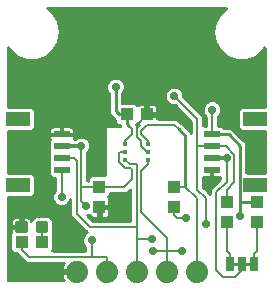
<source format=gtl>
G75*
%MOIN*%
%OFA0B0*%
%FSLAX25Y25*%
%IPPOS*%
%LPD*%
%AMOC8*
5,1,8,0,0,1.08239X$1,22.5*
%
%ADD10R,0.03937X0.04331*%
%ADD11C,0.01181*%
%ADD12C,0.07400*%
%ADD13R,0.07874X0.04724*%
%ADD14R,0.05315X0.02362*%
%ADD15R,0.04331X0.03937*%
%ADD16C,0.01000*%
%ADD17R,0.02500X0.05000*%
%ADD18R,0.01772X0.01181*%
%ADD19C,0.00800*%
%ADD20C,0.02900*%
%ADD21C,0.01200*%
%ADD22C,0.00906*%
%ADD23C,0.00700*%
D10*
X0145833Y0066654D03*
X0145833Y0073346D03*
X0170833Y0073346D03*
X0170833Y0066654D03*
X0188333Y0068346D03*
X0198333Y0068346D03*
X0198333Y0061654D03*
X0188333Y0061654D03*
D11*
X0128164Y0061378D02*
X0128164Y0058622D01*
X0125408Y0058622D01*
X0125408Y0061378D01*
X0128164Y0061378D01*
X0128164Y0059744D02*
X0125408Y0059744D01*
X0125408Y0060866D02*
X0128164Y0060866D01*
X0121259Y0061378D02*
X0121259Y0058622D01*
X0118503Y0058622D01*
X0118503Y0061378D01*
X0121259Y0061378D01*
X0121259Y0059744D02*
X0118503Y0059744D01*
X0118503Y0060866D02*
X0121259Y0060866D01*
D12*
X0138333Y0045000D03*
X0148333Y0045000D03*
X0158333Y0045000D03*
X0168333Y0045000D03*
X0178333Y0045000D03*
D13*
X0197802Y0073976D03*
X0197802Y0096024D03*
X0118865Y0096024D03*
X0118865Y0073976D03*
D14*
X0133333Y0079094D03*
X0133333Y0083031D03*
X0133333Y0086969D03*
X0133333Y0090906D03*
X0183333Y0090906D03*
X0183333Y0086969D03*
X0183333Y0083031D03*
X0183333Y0079094D03*
D15*
X0161680Y0097500D03*
X0154987Y0097500D03*
X0126680Y0055000D03*
X0119987Y0055000D03*
D16*
X0116122Y0054978D02*
X0115533Y0054978D01*
X0116122Y0054978D01*
X0115533Y0054978D01*
X0116122Y0054978D01*
X0115533Y0054978D01*
X0116122Y0054978D01*
X0115533Y0054978D01*
X0115533Y0055976D02*
X0116122Y0055976D01*
X0115533Y0055976D01*
X0116122Y0055976D01*
X0115533Y0055976D01*
X0116122Y0055976D01*
X0115533Y0055976D01*
X0116122Y0055976D01*
X0116122Y0056975D02*
X0115533Y0056975D01*
X0116122Y0056975D01*
X0115533Y0056975D01*
X0116122Y0056975D01*
X0115533Y0056975D01*
X0116122Y0056975D01*
X0115533Y0056975D01*
X0116122Y0057673D02*
X0116122Y0052327D01*
X0117117Y0051331D01*
X0118032Y0051331D01*
X0121463Y0047900D01*
X0134013Y0047900D01*
X0133886Y0047725D01*
X0133514Y0046996D01*
X0133261Y0046218D01*
X0133148Y0045500D01*
X0137833Y0045500D01*
X0137833Y0044500D01*
X0133148Y0044500D01*
X0133261Y0043782D01*
X0133514Y0043004D01*
X0133886Y0042275D01*
X0133940Y0042200D01*
X0115533Y0042200D01*
X0115533Y0069914D01*
X0123506Y0069914D01*
X0124502Y0070910D01*
X0124502Y0077043D01*
X0123506Y0078039D01*
X0115533Y0078039D01*
X0115533Y0091961D01*
X0123506Y0091961D01*
X0124502Y0092957D01*
X0124502Y0099090D01*
X0123506Y0100086D01*
X0115533Y0100086D01*
X0115533Y0119710D01*
X0116021Y0118865D01*
X0116021Y0118865D01*
X0116021Y0118865D01*
X0115533Y0119710D01*
X0115533Y0100086D01*
X0123506Y0100086D01*
X0124502Y0099090D01*
X0124502Y0092957D01*
X0123506Y0091961D01*
X0115533Y0091961D01*
X0115533Y0078039D01*
X0123506Y0078039D01*
X0124502Y0077043D01*
X0124502Y0070910D01*
X0123506Y0069914D01*
X0115533Y0069914D01*
X0115533Y0042200D01*
X0133940Y0042200D01*
X0133886Y0042275D01*
X0133514Y0043004D01*
X0133261Y0043782D01*
X0133148Y0044500D01*
X0137833Y0044500D01*
X0137833Y0045500D01*
X0133148Y0045500D01*
X0133261Y0046218D01*
X0133514Y0046996D01*
X0133886Y0047725D01*
X0134013Y0047900D01*
X0121463Y0047900D01*
X0118032Y0051331D01*
X0117117Y0051331D01*
X0116122Y0052327D01*
X0116122Y0057673D01*
X0116493Y0058044D01*
X0116412Y0058347D01*
X0116412Y0059516D01*
X0119396Y0059516D01*
X0119396Y0060484D01*
X0116412Y0060484D01*
X0116412Y0061653D01*
X0116555Y0062185D01*
X0116830Y0062662D01*
X0117219Y0063051D01*
X0117696Y0063326D01*
X0118227Y0063468D01*
X0119396Y0063468D01*
X0119396Y0060484D01*
X0119396Y0059516D01*
X0116412Y0059516D01*
X0116412Y0058347D01*
X0116493Y0058044D01*
X0116122Y0057673D01*
X0116122Y0052327D01*
X0117117Y0051331D01*
X0118032Y0051331D01*
X0121463Y0047900D01*
X0134013Y0047900D01*
X0133886Y0047725D01*
X0133514Y0046996D01*
X0133261Y0046218D01*
X0133148Y0045500D01*
X0137833Y0045500D01*
X0137833Y0044500D01*
X0133148Y0044500D01*
X0133261Y0043782D01*
X0133514Y0043004D01*
X0133886Y0042275D01*
X0133940Y0042200D01*
X0115533Y0042200D01*
X0115533Y0069914D01*
X0123506Y0069914D01*
X0124502Y0070910D01*
X0124502Y0077043D01*
X0123506Y0078039D01*
X0115533Y0078039D01*
X0115533Y0091961D01*
X0123506Y0091961D01*
X0124502Y0092957D01*
X0124502Y0099090D01*
X0123506Y0100086D01*
X0115533Y0100086D01*
X0115533Y0119710D01*
X0116021Y0118865D01*
X0116021Y0118865D01*
X0116021Y0118865D01*
X0115533Y0119710D01*
X0115533Y0100086D01*
X0123506Y0100086D01*
X0124502Y0099090D01*
X0124502Y0092957D01*
X0123506Y0091961D01*
X0115533Y0091961D01*
X0115533Y0078039D01*
X0123506Y0078039D01*
X0124502Y0077043D01*
X0124502Y0070910D01*
X0123506Y0069914D01*
X0115533Y0069914D01*
X0115533Y0042200D01*
X0133940Y0042200D01*
X0133886Y0042275D01*
X0133514Y0043004D01*
X0133261Y0043782D01*
X0133148Y0044500D01*
X0137833Y0044500D01*
X0137833Y0045500D01*
X0133148Y0045500D01*
X0133261Y0046218D01*
X0133514Y0046996D01*
X0133886Y0047725D01*
X0134013Y0047900D01*
X0121463Y0047900D01*
X0118032Y0051331D01*
X0117117Y0051331D01*
X0116122Y0052327D01*
X0116122Y0057673D01*
X0116493Y0058044D01*
X0116412Y0058347D01*
X0116412Y0059516D01*
X0119396Y0059516D01*
X0119396Y0060484D01*
X0116412Y0060484D01*
X0116412Y0061653D01*
X0116555Y0062185D01*
X0116830Y0062662D01*
X0117219Y0063051D01*
X0117696Y0063326D01*
X0118227Y0063468D01*
X0119396Y0063468D01*
X0119396Y0060484D01*
X0116412Y0060484D01*
X0116412Y0061653D01*
X0116555Y0062185D01*
X0116830Y0062662D01*
X0117219Y0063051D01*
X0117696Y0063326D01*
X0118227Y0063468D01*
X0119396Y0063468D01*
X0119396Y0060484D01*
X0119396Y0059516D01*
X0116412Y0059516D01*
X0116412Y0058347D01*
X0116493Y0058044D01*
X0116122Y0057673D01*
X0116122Y0052327D01*
X0117117Y0051331D01*
X0118032Y0051331D01*
X0121463Y0047900D01*
X0134013Y0047900D01*
X0133886Y0047725D01*
X0133514Y0046996D01*
X0133261Y0046218D01*
X0133148Y0045500D01*
X0137833Y0045500D01*
X0137833Y0044500D01*
X0133148Y0044500D01*
X0133261Y0043782D01*
X0133514Y0043004D01*
X0133886Y0042275D01*
X0133940Y0042200D01*
X0115533Y0042200D01*
X0115533Y0069914D01*
X0123506Y0069914D01*
X0124502Y0070910D01*
X0124502Y0077043D01*
X0123506Y0078039D01*
X0115533Y0078039D01*
X0115533Y0091961D01*
X0123506Y0091961D01*
X0124502Y0092957D01*
X0124502Y0099090D01*
X0123506Y0100086D01*
X0115533Y0100086D01*
X0115533Y0119710D01*
X0116021Y0118865D01*
X0116021Y0118865D01*
X0116021Y0118865D01*
X0115533Y0119710D01*
X0115533Y0100086D01*
X0123506Y0100086D01*
X0124502Y0099090D01*
X0124502Y0092957D01*
X0123506Y0091961D01*
X0115533Y0091961D01*
X0115533Y0078039D01*
X0123506Y0078039D01*
X0124502Y0077043D01*
X0124502Y0070910D01*
X0123506Y0069914D01*
X0115533Y0069914D01*
X0115533Y0042200D01*
X0133940Y0042200D01*
X0133886Y0042275D01*
X0133514Y0043004D01*
X0133261Y0043782D01*
X0133148Y0044500D01*
X0137833Y0044500D01*
X0137833Y0045500D01*
X0133148Y0045500D01*
X0133261Y0046218D01*
X0133514Y0046996D01*
X0133886Y0047725D01*
X0134013Y0047900D01*
X0121463Y0047900D01*
X0118032Y0051331D01*
X0117117Y0051331D01*
X0116122Y0052327D01*
X0116122Y0057673D01*
X0116493Y0058044D01*
X0116412Y0058347D01*
X0116412Y0059516D01*
X0119396Y0059516D01*
X0119396Y0060484D01*
X0116412Y0060484D01*
X0116412Y0061653D01*
X0116555Y0062185D01*
X0116830Y0062662D01*
X0117219Y0063051D01*
X0117696Y0063326D01*
X0118227Y0063468D01*
X0119396Y0063468D01*
X0119396Y0060484D01*
X0116412Y0060484D01*
X0116412Y0061653D01*
X0116555Y0062185D01*
X0116830Y0062662D01*
X0117219Y0063051D01*
X0117696Y0063326D01*
X0118227Y0063468D01*
X0119396Y0063468D01*
X0119396Y0060484D01*
X0119396Y0059516D01*
X0116412Y0059516D01*
X0116412Y0058347D01*
X0116493Y0058044D01*
X0116122Y0057673D01*
X0116122Y0052327D01*
X0117117Y0051331D01*
X0118032Y0051331D01*
X0121463Y0047900D01*
X0134013Y0047900D01*
X0133886Y0047725D01*
X0133514Y0046996D01*
X0133261Y0046218D01*
X0133148Y0045500D01*
X0137833Y0045500D01*
X0137833Y0044500D01*
X0133148Y0044500D01*
X0133261Y0043782D01*
X0133514Y0043004D01*
X0133886Y0042275D01*
X0133940Y0042200D01*
X0115533Y0042200D01*
X0115533Y0069914D01*
X0123506Y0069914D01*
X0124502Y0070910D01*
X0124502Y0077043D01*
X0123506Y0078039D01*
X0115533Y0078039D01*
X0115533Y0091961D01*
X0123506Y0091961D01*
X0124502Y0092957D01*
X0124502Y0099090D01*
X0123506Y0100086D01*
X0115533Y0100086D01*
X0115533Y0119710D01*
X0116021Y0118865D01*
X0116021Y0118865D01*
X0118561Y0116734D01*
X0121676Y0115600D01*
X0124991Y0115600D01*
X0128106Y0116734D01*
X0130645Y0118865D01*
X0132303Y0121735D01*
X0132303Y0121735D01*
X0132303Y0121735D01*
X0130645Y0118865D01*
X0130645Y0118865D01*
X0130645Y0118865D01*
X0132303Y0121735D01*
X0132303Y0121735D01*
X0132303Y0121735D01*
X0130645Y0118865D01*
X0130645Y0118865D01*
X0130645Y0118865D01*
X0132303Y0121735D01*
X0132303Y0121735D01*
X0132303Y0121735D01*
X0130645Y0118865D01*
X0130645Y0118865D01*
X0130645Y0118865D01*
X0132303Y0121735D01*
X0132303Y0121735D01*
X0132878Y0125000D01*
X0132303Y0128265D01*
X0130645Y0131135D01*
X0130645Y0131135D01*
X0130645Y0131135D01*
X0132303Y0128265D01*
X0132303Y0128265D01*
X0132303Y0128265D01*
X0130645Y0131135D01*
X0130645Y0131135D01*
X0130645Y0131135D01*
X0132303Y0128265D01*
X0132303Y0128265D01*
X0132303Y0128265D01*
X0130645Y0131135D01*
X0130645Y0131135D01*
X0130645Y0131135D01*
X0132303Y0128265D01*
X0132303Y0128265D01*
X0132303Y0128265D01*
X0130645Y0131135D01*
X0130645Y0131135D01*
X0128661Y0132800D01*
X0188005Y0132800D01*
X0186021Y0131135D01*
X0184364Y0128265D01*
X0184364Y0128265D01*
X0184364Y0128265D01*
X0186021Y0131135D01*
X0186021Y0131135D01*
X0186021Y0131135D01*
X0184364Y0128265D01*
X0184364Y0128265D01*
X0184364Y0128265D01*
X0186021Y0131135D01*
X0186021Y0131135D01*
X0186021Y0131135D01*
X0184364Y0128265D01*
X0184364Y0128265D01*
X0184364Y0128265D01*
X0186021Y0131135D01*
X0186021Y0131135D01*
X0186021Y0131135D01*
X0184364Y0128265D01*
X0184364Y0128265D01*
X0183788Y0125000D01*
X0184364Y0121735D01*
X0186021Y0118865D01*
X0186021Y0118865D01*
X0186021Y0118865D01*
X0184364Y0121735D01*
X0184364Y0121735D01*
X0184364Y0121735D01*
X0186021Y0118865D01*
X0186021Y0118865D01*
X0186021Y0118865D01*
X0184364Y0121735D01*
X0184364Y0121735D01*
X0184364Y0121735D01*
X0186021Y0118865D01*
X0186021Y0118865D01*
X0186021Y0118865D01*
X0184364Y0121735D01*
X0184364Y0121735D01*
X0184364Y0121735D01*
X0186021Y0118865D01*
X0186021Y0118865D01*
X0188561Y0116734D01*
X0191676Y0115600D01*
X0194991Y0115600D01*
X0198106Y0116734D01*
X0200645Y0118865D01*
X0201133Y0119710D01*
X0201133Y0100086D01*
X0193161Y0100086D01*
X0192165Y0099090D01*
X0192165Y0092957D01*
X0193161Y0091961D01*
X0201133Y0091961D01*
X0201133Y0078039D01*
X0194986Y0078039D01*
X0194986Y0087892D01*
X0193725Y0089153D01*
X0189820Y0093059D01*
X0187423Y0093059D01*
X0186695Y0093787D01*
X0185383Y0093787D01*
X0185383Y0096603D01*
X0186083Y0097302D01*
X0186562Y0098460D01*
X0186562Y0099713D01*
X0186083Y0100871D01*
X0185196Y0101757D01*
X0184039Y0102237D01*
X0182785Y0102237D01*
X0181628Y0101757D01*
X0180742Y0100871D01*
X0180262Y0099713D01*
X0180262Y0098460D01*
X0180742Y0097302D01*
X0181283Y0096761D01*
X0181283Y0093787D01*
X0180615Y0093787D01*
X0180615Y0096838D01*
X0179385Y0098068D01*
X0173983Y0103470D01*
X0173983Y0104277D01*
X0173504Y0105434D01*
X0172618Y0106320D01*
X0171460Y0106800D01*
X0170207Y0106800D01*
X0169049Y0106320D01*
X0168163Y0105434D01*
X0167683Y0104277D01*
X0167683Y0103023D01*
X0168163Y0101866D01*
X0169049Y0100980D01*
X0170207Y0100500D01*
X0171013Y0100500D01*
X0176415Y0095099D01*
X0176415Y0091463D01*
X0175379Y0092500D01*
X0173225Y0094653D01*
X0173150Y0094653D01*
X0171703Y0096100D01*
X0165345Y0096100D01*
X0165345Y0097016D01*
X0162164Y0097016D01*
X0162164Y0097984D01*
X0165345Y0097984D01*
X0165345Y0099666D01*
X0165243Y0100047D01*
X0165045Y0100390D01*
X0164766Y0100669D01*
X0164424Y0100866D01*
X0164043Y0100968D01*
X0162164Y0100968D01*
X0162164Y0097984D01*
X0165345Y0097984D01*
X0165345Y0099666D01*
X0165243Y0100047D01*
X0165045Y0100390D01*
X0164766Y0100669D01*
X0164424Y0100866D01*
X0164043Y0100968D01*
X0162164Y0100968D01*
X0162164Y0097984D01*
X0162164Y0097016D01*
X0165345Y0097016D01*
X0165345Y0096100D01*
X0171703Y0096100D01*
X0173150Y0094653D01*
X0173225Y0094653D01*
X0175379Y0092500D01*
X0176415Y0091463D01*
X0176415Y0095099D01*
X0171013Y0100500D01*
X0170207Y0100500D01*
X0169049Y0100980D01*
X0168163Y0101866D01*
X0167683Y0103023D01*
X0167683Y0104277D01*
X0168163Y0105434D01*
X0169049Y0106320D01*
X0170207Y0106800D01*
X0171460Y0106800D01*
X0172618Y0106320D01*
X0173504Y0105434D01*
X0173983Y0104277D01*
X0173983Y0103470D01*
X0179385Y0098068D01*
X0180615Y0096838D01*
X0180615Y0093787D01*
X0181283Y0093787D01*
X0181283Y0096761D01*
X0180742Y0097302D01*
X0180262Y0098460D01*
X0180262Y0099713D01*
X0180742Y0100871D01*
X0181628Y0101757D01*
X0182785Y0102237D01*
X0184039Y0102237D01*
X0185196Y0101757D01*
X0186083Y0100871D01*
X0186562Y0099713D01*
X0186562Y0098460D01*
X0186083Y0097302D01*
X0185383Y0096603D01*
X0185383Y0093787D01*
X0186695Y0093787D01*
X0187423Y0093059D01*
X0189820Y0093059D01*
X0193725Y0089153D01*
X0194986Y0087892D01*
X0194986Y0078039D01*
X0201133Y0078039D01*
X0201133Y0091961D01*
X0193161Y0091961D01*
X0192165Y0092957D01*
X0192165Y0099090D01*
X0193161Y0100086D01*
X0201133Y0100086D01*
X0201133Y0119710D01*
X0200645Y0118865D01*
X0200645Y0118865D01*
X0200645Y0118865D01*
X0201133Y0119710D01*
X0201133Y0100086D01*
X0193161Y0100086D01*
X0192165Y0099090D01*
X0192165Y0092957D01*
X0193161Y0091961D01*
X0201133Y0091961D01*
X0201133Y0078039D01*
X0194986Y0078039D01*
X0194986Y0087892D01*
X0193725Y0089153D01*
X0189820Y0093059D01*
X0187423Y0093059D01*
X0186695Y0093787D01*
X0185383Y0093787D01*
X0185383Y0096603D01*
X0186083Y0097302D01*
X0186562Y0098460D01*
X0186562Y0099713D01*
X0186083Y0100871D01*
X0185196Y0101757D01*
X0184039Y0102237D01*
X0182785Y0102237D01*
X0181628Y0101757D01*
X0180742Y0100871D01*
X0180262Y0099713D01*
X0180262Y0098460D01*
X0180742Y0097302D01*
X0181283Y0096761D01*
X0181283Y0093787D01*
X0180615Y0093787D01*
X0180615Y0096838D01*
X0179385Y0098068D01*
X0173983Y0103470D01*
X0173983Y0104277D01*
X0173504Y0105434D01*
X0172618Y0106320D01*
X0171460Y0106800D01*
X0170207Y0106800D01*
X0169049Y0106320D01*
X0168163Y0105434D01*
X0167683Y0104277D01*
X0167683Y0103023D01*
X0168163Y0101866D01*
X0169049Y0100980D01*
X0170207Y0100500D01*
X0171013Y0100500D01*
X0176415Y0095099D01*
X0176415Y0091463D01*
X0175379Y0092500D01*
X0173225Y0094653D01*
X0173150Y0094653D01*
X0171703Y0096100D01*
X0165345Y0096100D01*
X0165345Y0097016D01*
X0162164Y0097016D01*
X0162164Y0097984D01*
X0165345Y0097984D01*
X0165345Y0099666D01*
X0165243Y0100047D01*
X0165045Y0100390D01*
X0164766Y0100669D01*
X0164424Y0100866D01*
X0164043Y0100968D01*
X0162164Y0100968D01*
X0162164Y0097984D01*
X0165345Y0097984D01*
X0165345Y0099666D01*
X0165243Y0100047D01*
X0165045Y0100390D01*
X0164766Y0100669D01*
X0164424Y0100866D01*
X0164043Y0100968D01*
X0162164Y0100968D01*
X0162164Y0097984D01*
X0162164Y0097016D01*
X0165345Y0097016D01*
X0165345Y0096100D01*
X0171703Y0096100D01*
X0173150Y0094653D01*
X0173225Y0094653D01*
X0175379Y0092500D01*
X0176415Y0091463D01*
X0176415Y0095099D01*
X0171013Y0100500D01*
X0170207Y0100500D01*
X0169049Y0100980D01*
X0168163Y0101866D01*
X0167683Y0103023D01*
X0167683Y0104277D01*
X0168163Y0105434D01*
X0169049Y0106320D01*
X0170207Y0106800D01*
X0171460Y0106800D01*
X0172618Y0106320D01*
X0173504Y0105434D01*
X0173983Y0104277D01*
X0173983Y0103470D01*
X0179385Y0098068D01*
X0180615Y0096838D01*
X0180615Y0093787D01*
X0181283Y0093787D01*
X0181283Y0096761D01*
X0180742Y0097302D01*
X0180262Y0098460D01*
X0180262Y0099713D01*
X0180742Y0100871D01*
X0181628Y0101757D01*
X0182785Y0102237D01*
X0184039Y0102237D01*
X0185196Y0101757D01*
X0186083Y0100871D01*
X0186562Y0099713D01*
X0186562Y0098460D01*
X0186083Y0097302D01*
X0185383Y0096603D01*
X0185383Y0093787D01*
X0186695Y0093787D01*
X0187423Y0093059D01*
X0189820Y0093059D01*
X0193725Y0089153D01*
X0194986Y0087892D01*
X0194986Y0078039D01*
X0201133Y0078039D01*
X0201133Y0091961D01*
X0193161Y0091961D01*
X0192165Y0092957D01*
X0192165Y0099090D01*
X0193161Y0100086D01*
X0201133Y0100086D01*
X0201133Y0119710D01*
X0200645Y0118865D01*
X0200645Y0118865D01*
X0200645Y0118865D01*
X0201133Y0119710D01*
X0201133Y0100086D01*
X0193161Y0100086D01*
X0192165Y0099090D01*
X0192165Y0092957D01*
X0193161Y0091961D01*
X0201133Y0091961D01*
X0201133Y0078039D01*
X0194986Y0078039D01*
X0194986Y0087892D01*
X0193725Y0089153D01*
X0189820Y0093059D01*
X0187423Y0093059D01*
X0186695Y0093787D01*
X0185383Y0093787D01*
X0185383Y0096603D01*
X0186083Y0097302D01*
X0186562Y0098460D01*
X0186562Y0099713D01*
X0186083Y0100871D01*
X0185196Y0101757D01*
X0184039Y0102237D01*
X0182785Y0102237D01*
X0181628Y0101757D01*
X0180742Y0100871D01*
X0180262Y0099713D01*
X0180262Y0098460D01*
X0180742Y0097302D01*
X0181283Y0096761D01*
X0181283Y0093787D01*
X0180615Y0093787D01*
X0180615Y0096838D01*
X0179385Y0098068D01*
X0173983Y0103470D01*
X0173983Y0104277D01*
X0173504Y0105434D01*
X0172618Y0106320D01*
X0171460Y0106800D01*
X0170207Y0106800D01*
X0169049Y0106320D01*
X0168163Y0105434D01*
X0167683Y0104277D01*
X0167683Y0103023D01*
X0168163Y0101866D01*
X0169049Y0100980D01*
X0170207Y0100500D01*
X0171013Y0100500D01*
X0176415Y0095099D01*
X0176415Y0091463D01*
X0175379Y0092500D01*
X0173225Y0094653D01*
X0173150Y0094653D01*
X0171703Y0096100D01*
X0165345Y0096100D01*
X0165345Y0097016D01*
X0162164Y0097016D01*
X0162164Y0097984D01*
X0165345Y0097984D01*
X0165345Y0099666D01*
X0165243Y0100047D01*
X0165045Y0100390D01*
X0164766Y0100669D01*
X0164424Y0100866D01*
X0164043Y0100968D01*
X0162164Y0100968D01*
X0162164Y0097984D01*
X0165345Y0097984D01*
X0165345Y0099666D01*
X0165243Y0100047D01*
X0165045Y0100390D01*
X0164766Y0100669D01*
X0164424Y0100866D01*
X0164043Y0100968D01*
X0162164Y0100968D01*
X0162164Y0097984D01*
X0162164Y0097016D01*
X0165345Y0097016D01*
X0165345Y0096100D01*
X0171703Y0096100D01*
X0173150Y0094653D01*
X0173225Y0094653D01*
X0175379Y0092500D01*
X0176415Y0091463D01*
X0176415Y0095099D01*
X0171013Y0100500D01*
X0170207Y0100500D01*
X0169049Y0100980D01*
X0168163Y0101866D01*
X0167683Y0103023D01*
X0167683Y0104277D01*
X0168163Y0105434D01*
X0169049Y0106320D01*
X0170207Y0106800D01*
X0171460Y0106800D01*
X0172618Y0106320D01*
X0173504Y0105434D01*
X0173983Y0104277D01*
X0173983Y0103470D01*
X0179385Y0098068D01*
X0180615Y0096838D01*
X0180615Y0093787D01*
X0181283Y0093787D01*
X0181283Y0096761D01*
X0180742Y0097302D01*
X0180262Y0098460D01*
X0180262Y0099713D01*
X0180742Y0100871D01*
X0181628Y0101757D01*
X0182785Y0102237D01*
X0184039Y0102237D01*
X0185196Y0101757D01*
X0186083Y0100871D01*
X0186562Y0099713D01*
X0186562Y0098460D01*
X0186083Y0097302D01*
X0185383Y0096603D01*
X0185383Y0093787D01*
X0186695Y0093787D01*
X0187423Y0093059D01*
X0189820Y0093059D01*
X0193725Y0089153D01*
X0194986Y0087892D01*
X0194986Y0078039D01*
X0201133Y0078039D01*
X0201133Y0091961D01*
X0193161Y0091961D01*
X0192165Y0092957D01*
X0192165Y0099090D01*
X0193161Y0100086D01*
X0201133Y0100086D01*
X0201133Y0119710D01*
X0200645Y0118865D01*
X0200645Y0118865D01*
X0200645Y0118865D01*
X0201133Y0119710D01*
X0201133Y0100086D01*
X0193161Y0100086D01*
X0192165Y0099090D01*
X0192165Y0092957D01*
X0193161Y0091961D01*
X0201133Y0091961D01*
X0201133Y0078039D01*
X0194986Y0078039D01*
X0194986Y0087892D01*
X0193725Y0089153D01*
X0189820Y0093059D01*
X0187423Y0093059D01*
X0186695Y0093787D01*
X0185383Y0093787D01*
X0185383Y0096603D01*
X0186083Y0097302D01*
X0186562Y0098460D01*
X0186562Y0099713D01*
X0186083Y0100871D01*
X0185196Y0101757D01*
X0184039Y0102237D01*
X0182785Y0102237D01*
X0181628Y0101757D01*
X0180742Y0100871D01*
X0180262Y0099713D01*
X0180262Y0098460D01*
X0180742Y0097302D01*
X0181283Y0096761D01*
X0181283Y0093787D01*
X0180615Y0093787D01*
X0180615Y0096838D01*
X0179385Y0098068D01*
X0173983Y0103470D01*
X0173983Y0104277D01*
X0173504Y0105434D01*
X0172618Y0106320D01*
X0171460Y0106800D01*
X0170207Y0106800D01*
X0169049Y0106320D01*
X0168163Y0105434D01*
X0167683Y0104277D01*
X0167683Y0103023D01*
X0168163Y0101866D01*
X0169049Y0100980D01*
X0170207Y0100500D01*
X0171013Y0100500D01*
X0176415Y0095099D01*
X0176415Y0091463D01*
X0175379Y0092500D01*
X0173225Y0094653D01*
X0173150Y0094653D01*
X0171703Y0096100D01*
X0165345Y0096100D01*
X0165345Y0097016D01*
X0162164Y0097016D01*
X0162164Y0097984D01*
X0165345Y0097984D01*
X0165345Y0099666D01*
X0165243Y0100047D01*
X0165045Y0100390D01*
X0164766Y0100669D01*
X0164424Y0100866D01*
X0164043Y0100968D01*
X0162164Y0100968D01*
X0162164Y0097984D01*
X0161196Y0097984D01*
X0161196Y0100968D01*
X0159317Y0100968D01*
X0158935Y0100866D01*
X0158593Y0100669D01*
X0158475Y0100550D01*
X0157856Y0101168D01*
X0153486Y0101168D01*
X0153486Y0104298D01*
X0154004Y0104816D01*
X0154483Y0105973D01*
X0154483Y0107227D01*
X0154004Y0108384D01*
X0153118Y0109270D01*
X0151960Y0109750D01*
X0150707Y0109750D01*
X0149549Y0109270D01*
X0148663Y0108384D01*
X0148183Y0107227D01*
X0148183Y0105973D01*
X0148663Y0104816D01*
X0149180Y0104298D01*
X0149180Y0097608D01*
X0150441Y0096347D01*
X0151122Y0095667D01*
X0151122Y0094827D01*
X0152117Y0093831D01*
X0152834Y0093831D01*
X0152834Y0093550D01*
X0148105Y0093550D01*
X0147783Y0093228D01*
X0147783Y0077212D01*
X0143161Y0077212D01*
X0142165Y0076216D01*
X0142165Y0075446D01*
X0141933Y0075446D01*
X0141933Y0084645D01*
X0142504Y0085216D01*
X0142983Y0086373D01*
X0142983Y0087627D01*
X0142504Y0088784D01*
X0141618Y0089670D01*
X0140460Y0090150D01*
X0139207Y0090150D01*
X0138049Y0089670D01*
X0137647Y0089268D01*
X0137422Y0089268D01*
X0137491Y0089527D01*
X0137491Y0090815D01*
X0133424Y0090815D01*
X0133424Y0090996D01*
X0137491Y0090996D01*
X0137491Y0092284D01*
X0137389Y0092666D01*
X0137191Y0093008D01*
X0136912Y0093287D01*
X0136570Y0093484D01*
X0136188Y0093587D01*
X0133424Y0093587D01*
X0133424Y0090996D01*
X0137491Y0090996D01*
X0137491Y0092284D01*
X0137389Y0092666D01*
X0137191Y0093008D01*
X0136912Y0093287D01*
X0136570Y0093484D01*
X0136188Y0093587D01*
X0133424Y0093587D01*
X0133424Y0090996D01*
X0133424Y0090815D01*
X0137491Y0090815D01*
X0137491Y0089527D01*
X0137422Y0089268D01*
X0137647Y0089268D01*
X0138049Y0089670D01*
X0139207Y0090150D01*
X0140460Y0090150D01*
X0141618Y0089670D01*
X0142504Y0088784D01*
X0142983Y0087627D01*
X0142983Y0086373D01*
X0142504Y0085216D01*
X0141933Y0084645D01*
X0141933Y0075446D01*
X0142165Y0075446D01*
X0142165Y0076216D01*
X0143161Y0077212D01*
X0147783Y0077212D01*
X0147783Y0093228D01*
X0148105Y0093550D01*
X0152834Y0093550D01*
X0152834Y0093831D01*
X0152117Y0093831D01*
X0151122Y0094827D01*
X0151122Y0095667D01*
X0150441Y0096347D01*
X0149180Y0097608D01*
X0149180Y0104298D01*
X0148663Y0104816D01*
X0148183Y0105973D01*
X0148183Y0107227D01*
X0148663Y0108384D01*
X0149549Y0109270D01*
X0150707Y0109750D01*
X0151960Y0109750D01*
X0153118Y0109270D01*
X0154004Y0108384D01*
X0154483Y0107227D01*
X0154483Y0105973D01*
X0154004Y0104816D01*
X0153486Y0104298D01*
X0153486Y0101168D01*
X0157856Y0101168D01*
X0158475Y0100550D01*
X0158593Y0100669D01*
X0158935Y0100866D01*
X0159317Y0100968D01*
X0161196Y0100968D01*
X0161196Y0097984D01*
X0162164Y0097984D01*
X0161196Y0097984D01*
X0161196Y0100968D01*
X0159317Y0100968D01*
X0158935Y0100866D01*
X0158593Y0100669D01*
X0158475Y0100550D01*
X0157856Y0101168D01*
X0153486Y0101168D01*
X0153486Y0104298D01*
X0154004Y0104816D01*
X0154483Y0105973D01*
X0154483Y0107227D01*
X0154004Y0108384D01*
X0153118Y0109270D01*
X0151960Y0109750D01*
X0150707Y0109750D01*
X0149549Y0109270D01*
X0148663Y0108384D01*
X0148183Y0107227D01*
X0148183Y0105973D01*
X0148663Y0104816D01*
X0149180Y0104298D01*
X0149180Y0097608D01*
X0150441Y0096347D01*
X0151122Y0095667D01*
X0151122Y0094827D01*
X0152117Y0093831D01*
X0152834Y0093831D01*
X0152834Y0093550D01*
X0148105Y0093550D01*
X0147783Y0093228D01*
X0147783Y0077212D01*
X0143161Y0077212D01*
X0142165Y0076216D01*
X0142165Y0075446D01*
X0141933Y0075446D01*
X0141933Y0084645D01*
X0142504Y0085216D01*
X0142983Y0086373D01*
X0142983Y0087627D01*
X0142504Y0088784D01*
X0141618Y0089670D01*
X0140460Y0090150D01*
X0139207Y0090150D01*
X0138049Y0089670D01*
X0137647Y0089268D01*
X0137422Y0089268D01*
X0137491Y0089527D01*
X0137491Y0090815D01*
X0133424Y0090815D01*
X0133424Y0090996D01*
X0137491Y0090996D01*
X0137491Y0092284D01*
X0137389Y0092666D01*
X0137191Y0093008D01*
X0136912Y0093287D01*
X0136570Y0093484D01*
X0136188Y0093587D01*
X0133424Y0093587D01*
X0133424Y0090996D01*
X0137491Y0090996D01*
X0137491Y0092284D01*
X0137389Y0092666D01*
X0137191Y0093008D01*
X0136912Y0093287D01*
X0136570Y0093484D01*
X0136188Y0093587D01*
X0133424Y0093587D01*
X0133424Y0090996D01*
X0133424Y0090815D01*
X0137491Y0090815D01*
X0137491Y0089527D01*
X0137422Y0089268D01*
X0137647Y0089268D01*
X0138049Y0089670D01*
X0139207Y0090150D01*
X0140460Y0090150D01*
X0141618Y0089670D01*
X0142504Y0088784D01*
X0142983Y0087627D01*
X0142983Y0086373D01*
X0142504Y0085216D01*
X0141933Y0084645D01*
X0141933Y0075446D01*
X0142165Y0075446D01*
X0142165Y0076216D01*
X0143161Y0077212D01*
X0147783Y0077212D01*
X0147783Y0093228D01*
X0148105Y0093550D01*
X0152834Y0093550D01*
X0152834Y0093831D01*
X0152117Y0093831D01*
X0151122Y0094827D01*
X0151122Y0095667D01*
X0150441Y0096347D01*
X0149180Y0097608D01*
X0149180Y0104298D01*
X0148663Y0104816D01*
X0148183Y0105973D01*
X0148183Y0107227D01*
X0148663Y0108384D01*
X0149549Y0109270D01*
X0150707Y0109750D01*
X0151960Y0109750D01*
X0153118Y0109270D01*
X0154004Y0108384D01*
X0154483Y0107227D01*
X0154483Y0105973D01*
X0154004Y0104816D01*
X0153486Y0104298D01*
X0153486Y0101168D01*
X0157856Y0101168D01*
X0158475Y0100550D01*
X0158593Y0100669D01*
X0158935Y0100866D01*
X0159317Y0100968D01*
X0161196Y0100968D01*
X0161196Y0097984D01*
X0162164Y0097984D01*
X0161196Y0097984D01*
X0161196Y0100968D01*
X0159317Y0100968D01*
X0158935Y0100866D01*
X0158593Y0100669D01*
X0158475Y0100550D01*
X0157856Y0101168D01*
X0153486Y0101168D01*
X0153486Y0104298D01*
X0154004Y0104816D01*
X0154483Y0105973D01*
X0154483Y0107227D01*
X0154004Y0108384D01*
X0153118Y0109270D01*
X0151960Y0109750D01*
X0150707Y0109750D01*
X0149549Y0109270D01*
X0148663Y0108384D01*
X0148183Y0107227D01*
X0148183Y0105973D01*
X0148663Y0104816D01*
X0149180Y0104298D01*
X0149180Y0097608D01*
X0150441Y0096347D01*
X0151122Y0095667D01*
X0151122Y0094827D01*
X0152117Y0093831D01*
X0152834Y0093831D01*
X0152834Y0093550D01*
X0148105Y0093550D01*
X0147783Y0093228D01*
X0147783Y0077212D01*
X0143161Y0077212D01*
X0142165Y0076216D01*
X0142165Y0075446D01*
X0141933Y0075446D01*
X0141933Y0084645D01*
X0142504Y0085216D01*
X0142983Y0086373D01*
X0142983Y0087627D01*
X0142504Y0088784D01*
X0141618Y0089670D01*
X0140460Y0090150D01*
X0139207Y0090150D01*
X0138049Y0089670D01*
X0137647Y0089268D01*
X0137422Y0089268D01*
X0137491Y0089527D01*
X0137491Y0090815D01*
X0133424Y0090815D01*
X0133424Y0090996D01*
X0137491Y0090996D01*
X0137491Y0092284D01*
X0137389Y0092666D01*
X0137191Y0093008D01*
X0136912Y0093287D01*
X0136570Y0093484D01*
X0136188Y0093587D01*
X0133424Y0093587D01*
X0133424Y0090996D01*
X0137491Y0090996D01*
X0137491Y0092284D01*
X0137389Y0092666D01*
X0137191Y0093008D01*
X0136912Y0093287D01*
X0136570Y0093484D01*
X0136188Y0093587D01*
X0133424Y0093587D01*
X0133424Y0090996D01*
X0133424Y0090815D01*
X0137491Y0090815D01*
X0137491Y0089527D01*
X0137422Y0089268D01*
X0137647Y0089268D01*
X0138049Y0089670D01*
X0139207Y0090150D01*
X0140460Y0090150D01*
X0141618Y0089670D01*
X0142504Y0088784D01*
X0142983Y0087627D01*
X0142983Y0086373D01*
X0142504Y0085216D01*
X0141933Y0084645D01*
X0141933Y0075446D01*
X0142165Y0075446D01*
X0142165Y0076216D01*
X0143161Y0077212D01*
X0147783Y0077212D01*
X0147783Y0093228D01*
X0148105Y0093550D01*
X0152834Y0093550D01*
X0152834Y0093831D01*
X0152117Y0093831D01*
X0151122Y0094827D01*
X0151122Y0095667D01*
X0150441Y0096347D01*
X0149180Y0097608D01*
X0149180Y0104298D01*
X0148663Y0104816D01*
X0148183Y0105973D01*
X0148183Y0107227D01*
X0148663Y0108384D01*
X0149549Y0109270D01*
X0150707Y0109750D01*
X0151960Y0109750D01*
X0153118Y0109270D01*
X0154004Y0108384D01*
X0154483Y0107227D01*
X0154483Y0105973D01*
X0154004Y0104816D01*
X0153486Y0104298D01*
X0153486Y0101168D01*
X0157856Y0101168D01*
X0158475Y0100550D01*
X0158593Y0100669D01*
X0158935Y0100866D01*
X0159317Y0100968D01*
X0161196Y0100968D01*
X0161196Y0097984D01*
X0162164Y0097984D01*
X0161196Y0097984D01*
X0161196Y0100968D01*
X0159317Y0100968D01*
X0158935Y0100866D01*
X0158593Y0100669D01*
X0158475Y0100550D01*
X0157856Y0101168D01*
X0153486Y0101168D01*
X0153486Y0104298D01*
X0154004Y0104816D01*
X0154483Y0105973D01*
X0154483Y0107227D01*
X0154004Y0108384D01*
X0153118Y0109270D01*
X0151960Y0109750D01*
X0150707Y0109750D01*
X0149549Y0109270D01*
X0148663Y0108384D01*
X0148183Y0107227D01*
X0148183Y0105973D01*
X0148663Y0104816D01*
X0149180Y0104298D01*
X0149180Y0097608D01*
X0150441Y0096347D01*
X0151122Y0095667D01*
X0151122Y0094827D01*
X0152117Y0093831D01*
X0152834Y0093831D01*
X0152834Y0093550D01*
X0148105Y0093550D01*
X0147783Y0093228D01*
X0147783Y0077212D01*
X0143161Y0077212D01*
X0142165Y0076216D01*
X0142165Y0075446D01*
X0141933Y0075446D01*
X0141933Y0084645D01*
X0142504Y0085216D01*
X0142983Y0086373D01*
X0142983Y0087627D01*
X0142504Y0088784D01*
X0141618Y0089670D01*
X0140460Y0090150D01*
X0139207Y0090150D01*
X0138049Y0089670D01*
X0137647Y0089268D01*
X0137422Y0089268D01*
X0137491Y0089527D01*
X0137491Y0090815D01*
X0133424Y0090815D01*
X0133424Y0090996D01*
X0137491Y0090996D01*
X0137491Y0092284D01*
X0137389Y0092666D01*
X0137191Y0093008D01*
X0136912Y0093287D01*
X0136570Y0093484D01*
X0136188Y0093587D01*
X0133424Y0093587D01*
X0133424Y0090996D01*
X0133243Y0090996D01*
X0133243Y0093587D01*
X0130478Y0093587D01*
X0130097Y0093484D01*
X0129755Y0093287D01*
X0129476Y0093008D01*
X0129278Y0092666D01*
X0129176Y0092284D01*
X0129176Y0090996D01*
X0133243Y0090996D01*
X0133243Y0093587D01*
X0130478Y0093587D01*
X0130097Y0093484D01*
X0129755Y0093287D01*
X0129476Y0093008D01*
X0129278Y0092666D01*
X0129176Y0092284D01*
X0129176Y0090996D01*
X0133243Y0090996D01*
X0133424Y0090996D01*
X0133243Y0090996D01*
X0133243Y0093587D01*
X0130478Y0093587D01*
X0130097Y0093484D01*
X0129755Y0093287D01*
X0129476Y0093008D01*
X0129278Y0092666D01*
X0129176Y0092284D01*
X0129176Y0090996D01*
X0133243Y0090996D01*
X0133243Y0093587D01*
X0130478Y0093587D01*
X0130097Y0093484D01*
X0129755Y0093287D01*
X0129476Y0093008D01*
X0129278Y0092666D01*
X0129176Y0092284D01*
X0129176Y0090996D01*
X0133243Y0090996D01*
X0133424Y0090996D01*
X0133243Y0090996D01*
X0133243Y0093587D01*
X0130478Y0093587D01*
X0130097Y0093484D01*
X0129755Y0093287D01*
X0129476Y0093008D01*
X0129278Y0092666D01*
X0129176Y0092284D01*
X0129176Y0090996D01*
X0133243Y0090996D01*
X0133243Y0093587D01*
X0130478Y0093587D01*
X0130097Y0093484D01*
X0129755Y0093287D01*
X0129476Y0093008D01*
X0129278Y0092666D01*
X0129176Y0092284D01*
X0129176Y0090996D01*
X0133243Y0090996D01*
X0133424Y0090996D01*
X0133243Y0090996D01*
X0133243Y0093587D01*
X0130478Y0093587D01*
X0130097Y0093484D01*
X0129755Y0093287D01*
X0129476Y0093008D01*
X0129278Y0092666D01*
X0129176Y0092284D01*
X0129176Y0090996D01*
X0133243Y0090996D01*
X0133243Y0090815D01*
X0129176Y0090815D01*
X0129176Y0089527D01*
X0129276Y0089154D01*
X0128976Y0088854D01*
X0128976Y0085083D01*
X0129059Y0085000D01*
X0128976Y0084917D01*
X0128976Y0081146D01*
X0129059Y0081063D01*
X0128976Y0080980D01*
X0128976Y0077209D01*
X0129972Y0076213D01*
X0131233Y0076213D01*
X0131233Y0072355D01*
X0130663Y0071784D01*
X0130183Y0070627D01*
X0130183Y0069373D01*
X0130663Y0068216D01*
X0131549Y0067330D01*
X0132707Y0066850D01*
X0133960Y0066850D01*
X0135118Y0067330D01*
X0136004Y0068216D01*
X0136233Y0068770D01*
X0136233Y0063594D01*
X0141625Y0058202D01*
X0141549Y0058170D01*
X0140663Y0057284D01*
X0140183Y0056127D01*
X0140183Y0054873D01*
X0140663Y0053716D01*
X0141233Y0053145D01*
X0141233Y0052100D01*
X0130318Y0052100D01*
X0130545Y0052327D01*
X0130545Y0057673D01*
X0130455Y0057763D01*
X0130455Y0062327D01*
X0129113Y0063668D01*
X0124459Y0063668D01*
X0123122Y0062331D01*
X0122931Y0062662D01*
X0122542Y0063051D01*
X0122065Y0063326D01*
X0121534Y0063468D01*
X0120365Y0063468D01*
X0120365Y0060484D01*
X0119396Y0060484D01*
X0116412Y0060484D01*
X0116412Y0061653D01*
X0116555Y0062185D01*
X0116830Y0062662D01*
X0117219Y0063051D01*
X0117696Y0063326D01*
X0118227Y0063468D01*
X0119396Y0063468D01*
X0119396Y0060484D01*
X0119396Y0059516D01*
X0116412Y0059516D01*
X0116412Y0058347D01*
X0116493Y0058044D01*
X0116122Y0057673D01*
X0116422Y0057973D02*
X0115533Y0057973D01*
X0116422Y0057973D01*
X0115533Y0057973D01*
X0116422Y0057973D01*
X0115533Y0057973D01*
X0116422Y0057973D01*
X0115533Y0057973D01*
X0115533Y0058972D02*
X0116412Y0058972D01*
X0115533Y0058972D01*
X0116412Y0058972D01*
X0115533Y0058972D01*
X0116412Y0058972D01*
X0115533Y0058972D01*
X0116412Y0058972D01*
X0115533Y0059970D02*
X0119396Y0059970D01*
X0115533Y0059970D01*
X0119396Y0059970D01*
X0115533Y0059970D01*
X0119396Y0059970D01*
X0115533Y0059970D01*
X0119396Y0059970D01*
X0119396Y0060484D02*
X0116412Y0060484D01*
X0116412Y0061653D01*
X0116555Y0062185D01*
X0116830Y0062662D01*
X0117219Y0063051D01*
X0117696Y0063326D01*
X0118227Y0063468D01*
X0119396Y0063468D01*
X0119396Y0060484D01*
X0120365Y0060484D01*
X0120365Y0063468D01*
X0121534Y0063468D01*
X0122065Y0063326D01*
X0122542Y0063051D01*
X0122931Y0062662D01*
X0123122Y0062331D01*
X0124459Y0063668D01*
X0129113Y0063668D01*
X0130455Y0062327D01*
X0130455Y0057763D01*
X0130545Y0057673D01*
X0130545Y0052327D01*
X0130318Y0052100D01*
X0141233Y0052100D01*
X0141233Y0053145D01*
X0140663Y0053716D01*
X0140183Y0054873D01*
X0140183Y0056127D01*
X0140663Y0057284D01*
X0141549Y0058170D01*
X0141625Y0058202D01*
X0136233Y0063594D01*
X0136233Y0068770D01*
X0136004Y0068216D01*
X0135118Y0067330D01*
X0133960Y0066850D01*
X0132707Y0066850D01*
X0131549Y0067330D01*
X0130663Y0068216D01*
X0130183Y0069373D01*
X0130183Y0070627D01*
X0130663Y0071784D01*
X0131233Y0072355D01*
X0131233Y0076213D01*
X0129972Y0076213D01*
X0128976Y0077209D01*
X0128976Y0080980D01*
X0129059Y0081063D01*
X0128976Y0081146D01*
X0128976Y0084917D01*
X0129059Y0085000D01*
X0128976Y0085083D01*
X0128976Y0088854D01*
X0129276Y0089154D01*
X0129176Y0089527D01*
X0129176Y0090815D01*
X0133243Y0090815D01*
X0133243Y0090996D01*
X0133243Y0090815D01*
X0129176Y0090815D01*
X0129176Y0089527D01*
X0129276Y0089154D01*
X0128976Y0088854D01*
X0128976Y0085083D01*
X0129059Y0085000D01*
X0128976Y0084917D01*
X0128976Y0081146D01*
X0129059Y0081063D01*
X0128976Y0080980D01*
X0128976Y0077209D01*
X0129972Y0076213D01*
X0131233Y0076213D01*
X0131233Y0072355D01*
X0130663Y0071784D01*
X0130183Y0070627D01*
X0130183Y0069373D01*
X0130663Y0068216D01*
X0131549Y0067330D01*
X0132707Y0066850D01*
X0133960Y0066850D01*
X0135118Y0067330D01*
X0136004Y0068216D01*
X0136233Y0068770D01*
X0136233Y0063594D01*
X0141625Y0058202D01*
X0141549Y0058170D01*
X0140663Y0057284D01*
X0140183Y0056127D01*
X0140183Y0054873D01*
X0140663Y0053716D01*
X0141233Y0053145D01*
X0141233Y0052100D01*
X0130318Y0052100D01*
X0130545Y0052327D01*
X0130545Y0057673D01*
X0130455Y0057763D01*
X0130455Y0062327D01*
X0129113Y0063668D01*
X0124459Y0063668D01*
X0123122Y0062331D01*
X0122931Y0062662D01*
X0122542Y0063051D01*
X0122065Y0063326D01*
X0121534Y0063468D01*
X0120365Y0063468D01*
X0120365Y0060484D01*
X0119396Y0060484D01*
X0120365Y0060484D01*
X0120365Y0063468D01*
X0121534Y0063468D01*
X0122065Y0063326D01*
X0122542Y0063051D01*
X0122931Y0062662D01*
X0123122Y0062331D01*
X0124459Y0063668D01*
X0129113Y0063668D01*
X0130455Y0062327D01*
X0130455Y0057763D01*
X0130545Y0057673D01*
X0130545Y0052327D01*
X0130318Y0052100D01*
X0141233Y0052100D01*
X0141233Y0053145D01*
X0140663Y0053716D01*
X0140183Y0054873D01*
X0140183Y0056127D01*
X0140663Y0057284D01*
X0141549Y0058170D01*
X0141625Y0058202D01*
X0136233Y0063594D01*
X0136233Y0068770D01*
X0136004Y0068216D01*
X0135118Y0067330D01*
X0133960Y0066850D01*
X0132707Y0066850D01*
X0131549Y0067330D01*
X0130663Y0068216D01*
X0130183Y0069373D01*
X0130183Y0070627D01*
X0130663Y0071784D01*
X0131233Y0072355D01*
X0131233Y0076213D01*
X0129972Y0076213D01*
X0128976Y0077209D01*
X0128976Y0080980D01*
X0129059Y0081063D01*
X0128976Y0081146D01*
X0128976Y0084917D01*
X0129059Y0085000D01*
X0128976Y0085083D01*
X0128976Y0088854D01*
X0129276Y0089154D01*
X0129176Y0089527D01*
X0129176Y0090815D01*
X0133243Y0090815D01*
X0133243Y0090996D01*
X0133243Y0090815D01*
X0129176Y0090815D01*
X0129176Y0089527D01*
X0129276Y0089154D01*
X0128976Y0088854D01*
X0128976Y0085083D01*
X0129059Y0085000D01*
X0128976Y0084917D01*
X0128976Y0081146D01*
X0129059Y0081063D01*
X0128976Y0080980D01*
X0128976Y0077209D01*
X0129972Y0076213D01*
X0131233Y0076213D01*
X0131233Y0072355D01*
X0130663Y0071784D01*
X0130183Y0070627D01*
X0130183Y0069373D01*
X0130663Y0068216D01*
X0131549Y0067330D01*
X0132707Y0066850D01*
X0133960Y0066850D01*
X0135118Y0067330D01*
X0136004Y0068216D01*
X0136233Y0068770D01*
X0136233Y0063594D01*
X0141625Y0058202D01*
X0141549Y0058170D01*
X0140663Y0057284D01*
X0140183Y0056127D01*
X0140183Y0054873D01*
X0140663Y0053716D01*
X0141233Y0053145D01*
X0141233Y0052100D01*
X0130318Y0052100D01*
X0130545Y0052327D01*
X0130545Y0057673D01*
X0130455Y0057763D01*
X0130455Y0062327D01*
X0129113Y0063668D01*
X0124459Y0063668D01*
X0123122Y0062331D01*
X0122931Y0062662D01*
X0122542Y0063051D01*
X0122065Y0063326D01*
X0121534Y0063468D01*
X0120365Y0063468D01*
X0120365Y0060484D01*
X0119396Y0060484D01*
X0120365Y0060484D01*
X0120365Y0063468D01*
X0121534Y0063468D01*
X0122065Y0063326D01*
X0122542Y0063051D01*
X0122931Y0062662D01*
X0123122Y0062331D01*
X0124459Y0063668D01*
X0129113Y0063668D01*
X0130455Y0062327D01*
X0130455Y0057763D01*
X0130545Y0057673D01*
X0130545Y0052327D01*
X0130318Y0052100D01*
X0141233Y0052100D01*
X0141233Y0053145D01*
X0140663Y0053716D01*
X0140183Y0054873D01*
X0140183Y0056127D01*
X0140663Y0057284D01*
X0141549Y0058170D01*
X0141625Y0058202D01*
X0136233Y0063594D01*
X0136233Y0068770D01*
X0136004Y0068216D01*
X0135118Y0067330D01*
X0133960Y0066850D01*
X0132707Y0066850D01*
X0131549Y0067330D01*
X0130663Y0068216D01*
X0130183Y0069373D01*
X0130183Y0070627D01*
X0130663Y0071784D01*
X0131233Y0072355D01*
X0131233Y0076213D01*
X0129972Y0076213D01*
X0128976Y0077209D01*
X0128976Y0080980D01*
X0129059Y0081063D01*
X0128976Y0081146D01*
X0128976Y0084917D01*
X0129059Y0085000D01*
X0128976Y0085083D01*
X0128976Y0088854D01*
X0129276Y0089154D01*
X0129176Y0089527D01*
X0129176Y0090815D01*
X0133243Y0090815D01*
X0133243Y0090996D01*
X0133243Y0090815D01*
X0129176Y0090815D01*
X0129176Y0089527D01*
X0129276Y0089154D01*
X0128976Y0088854D01*
X0128976Y0085083D01*
X0129059Y0085000D01*
X0128976Y0084917D01*
X0128976Y0081146D01*
X0129059Y0081063D01*
X0128976Y0080980D01*
X0128976Y0077209D01*
X0129972Y0076213D01*
X0131233Y0076213D01*
X0131233Y0072355D01*
X0130663Y0071784D01*
X0130183Y0070627D01*
X0130183Y0069373D01*
X0130663Y0068216D01*
X0131549Y0067330D01*
X0132707Y0066850D01*
X0133960Y0066850D01*
X0135118Y0067330D01*
X0136004Y0068216D01*
X0136233Y0068770D01*
X0136233Y0063594D01*
X0141625Y0058202D01*
X0141549Y0058170D01*
X0140663Y0057284D01*
X0140183Y0056127D01*
X0140183Y0054873D01*
X0140663Y0053716D01*
X0141233Y0053145D01*
X0141233Y0052100D01*
X0130318Y0052100D01*
X0130545Y0052327D01*
X0130545Y0057673D01*
X0130455Y0057763D01*
X0130455Y0062327D01*
X0129113Y0063668D01*
X0124459Y0063668D01*
X0123122Y0062331D01*
X0122931Y0062662D01*
X0122542Y0063051D01*
X0122065Y0063326D01*
X0121534Y0063468D01*
X0120365Y0063468D01*
X0120365Y0060484D01*
X0119396Y0060484D01*
X0119396Y0060969D02*
X0120365Y0060969D01*
X0119396Y0060969D01*
X0120365Y0060969D01*
X0119396Y0060969D01*
X0120365Y0060969D01*
X0119396Y0060969D01*
X0120365Y0060969D01*
X0120365Y0061967D02*
X0119396Y0061967D01*
X0120365Y0061967D01*
X0119396Y0061967D01*
X0120365Y0061967D01*
X0119396Y0061967D01*
X0120365Y0061967D01*
X0119396Y0061967D01*
X0119396Y0062966D02*
X0120365Y0062966D01*
X0119396Y0062966D01*
X0120365Y0062966D01*
X0119396Y0062966D01*
X0120365Y0062966D01*
X0119396Y0062966D01*
X0120365Y0062966D01*
X0122627Y0062966D02*
X0123757Y0062966D01*
X0122627Y0062966D01*
X0123757Y0062966D01*
X0122627Y0062966D01*
X0123757Y0062966D01*
X0122627Y0062966D01*
X0123757Y0062966D01*
X0129816Y0062966D02*
X0136862Y0062966D01*
X0129816Y0062966D01*
X0136862Y0062966D01*
X0129816Y0062966D01*
X0136862Y0062966D01*
X0129816Y0062966D01*
X0136862Y0062966D01*
X0136233Y0063964D02*
X0115533Y0063964D01*
X0136233Y0063964D01*
X0115533Y0063964D01*
X0136233Y0063964D01*
X0115533Y0063964D01*
X0136233Y0063964D01*
X0115533Y0063964D01*
X0115533Y0062966D02*
X0117134Y0062966D01*
X0115533Y0062966D01*
X0117134Y0062966D01*
X0115533Y0062966D01*
X0117134Y0062966D01*
X0115533Y0062966D01*
X0117134Y0062966D01*
X0116496Y0061967D02*
X0115533Y0061967D01*
X0116496Y0061967D01*
X0115533Y0061967D01*
X0116496Y0061967D01*
X0115533Y0061967D01*
X0116496Y0061967D01*
X0115533Y0061967D01*
X0115533Y0060969D02*
X0116412Y0060969D01*
X0115533Y0060969D01*
X0116412Y0060969D01*
X0115533Y0060969D01*
X0116412Y0060969D01*
X0115533Y0060969D01*
X0116412Y0060969D01*
X0115533Y0064963D02*
X0136233Y0064963D01*
X0115533Y0064963D01*
X0136233Y0064963D01*
X0115533Y0064963D01*
X0136233Y0064963D01*
X0115533Y0064963D01*
X0136233Y0064963D01*
X0136233Y0065961D02*
X0115533Y0065961D01*
X0136233Y0065961D01*
X0115533Y0065961D01*
X0136233Y0065961D01*
X0115533Y0065961D01*
X0136233Y0065961D01*
X0115533Y0065961D01*
X0115533Y0066960D02*
X0132442Y0066960D01*
X0115533Y0066960D01*
X0132442Y0066960D01*
X0115533Y0066960D01*
X0132442Y0066960D01*
X0115533Y0066960D01*
X0132442Y0066960D01*
X0134225Y0066960D02*
X0136233Y0066960D01*
X0134225Y0066960D01*
X0136233Y0066960D01*
X0134225Y0066960D01*
X0136233Y0066960D01*
X0134225Y0066960D01*
X0136233Y0066960D01*
X0136233Y0067958D02*
X0135746Y0067958D01*
X0136233Y0067958D01*
X0135746Y0067958D01*
X0136233Y0067958D01*
X0135746Y0067958D01*
X0136233Y0067958D01*
X0135746Y0067958D01*
X0130920Y0067958D02*
X0115533Y0067958D01*
X0130920Y0067958D01*
X0115533Y0067958D01*
X0130920Y0067958D01*
X0115533Y0067958D01*
X0130920Y0067958D01*
X0115533Y0067958D01*
X0115533Y0068957D02*
X0130356Y0068957D01*
X0115533Y0068957D01*
X0130356Y0068957D01*
X0115533Y0068957D01*
X0130356Y0068957D01*
X0115533Y0068957D01*
X0130356Y0068957D01*
X0130183Y0069955D02*
X0123547Y0069955D01*
X0130183Y0069955D01*
X0123547Y0069955D01*
X0130183Y0069955D01*
X0123547Y0069955D01*
X0130183Y0069955D01*
X0123547Y0069955D01*
X0124502Y0070954D02*
X0130319Y0070954D01*
X0124502Y0070954D01*
X0130319Y0070954D01*
X0124502Y0070954D01*
X0130319Y0070954D01*
X0124502Y0070954D01*
X0130319Y0070954D01*
X0130831Y0071952D02*
X0124502Y0071952D01*
X0130831Y0071952D01*
X0124502Y0071952D01*
X0130831Y0071952D01*
X0124502Y0071952D01*
X0130831Y0071952D01*
X0124502Y0071952D01*
X0124502Y0072951D02*
X0131233Y0072951D01*
X0124502Y0072951D01*
X0131233Y0072951D01*
X0124502Y0072951D01*
X0131233Y0072951D01*
X0124502Y0072951D01*
X0131233Y0072951D01*
X0131233Y0073949D02*
X0124502Y0073949D01*
X0131233Y0073949D01*
X0124502Y0073949D01*
X0131233Y0073949D01*
X0124502Y0073949D01*
X0131233Y0073949D01*
X0124502Y0073949D01*
X0124502Y0074948D02*
X0131233Y0074948D01*
X0124502Y0074948D01*
X0131233Y0074948D01*
X0124502Y0074948D01*
X0131233Y0074948D01*
X0124502Y0074948D01*
X0131233Y0074948D01*
X0131233Y0075946D02*
X0124502Y0075946D01*
X0131233Y0075946D01*
X0124502Y0075946D01*
X0131233Y0075946D01*
X0124502Y0075946D01*
X0131233Y0075946D01*
X0124502Y0075946D01*
X0124502Y0076945D02*
X0129240Y0076945D01*
X0124502Y0076945D01*
X0129240Y0076945D01*
X0124502Y0076945D01*
X0129240Y0076945D01*
X0124502Y0076945D01*
X0129240Y0076945D01*
X0128976Y0077943D02*
X0123601Y0077943D01*
X0128976Y0077943D01*
X0123601Y0077943D01*
X0128976Y0077943D01*
X0123601Y0077943D01*
X0128976Y0077943D01*
X0123601Y0077943D01*
X0128976Y0078942D02*
X0115533Y0078942D01*
X0128976Y0078942D01*
X0115533Y0078942D01*
X0128976Y0078942D01*
X0115533Y0078942D01*
X0128976Y0078942D01*
X0115533Y0078942D01*
X0115533Y0079940D02*
X0128976Y0079940D01*
X0115533Y0079940D01*
X0128976Y0079940D01*
X0115533Y0079940D01*
X0128976Y0079940D01*
X0115533Y0079940D01*
X0128976Y0079940D01*
X0128976Y0080939D02*
X0115533Y0080939D01*
X0128976Y0080939D01*
X0115533Y0080939D01*
X0128976Y0080939D01*
X0115533Y0080939D01*
X0128976Y0080939D01*
X0115533Y0080939D01*
X0115533Y0081937D02*
X0128976Y0081937D01*
X0115533Y0081937D01*
X0128976Y0081937D01*
X0115533Y0081937D01*
X0128976Y0081937D01*
X0115533Y0081937D01*
X0128976Y0081937D01*
X0128976Y0082936D02*
X0115533Y0082936D01*
X0128976Y0082936D01*
X0115533Y0082936D01*
X0128976Y0082936D01*
X0115533Y0082936D01*
X0128976Y0082936D01*
X0115533Y0082936D01*
X0115533Y0083934D02*
X0128976Y0083934D01*
X0115533Y0083934D01*
X0128976Y0083934D01*
X0115533Y0083934D01*
X0128976Y0083934D01*
X0115533Y0083934D01*
X0128976Y0083934D01*
X0128992Y0084933D02*
X0115533Y0084933D01*
X0128992Y0084933D01*
X0115533Y0084933D01*
X0128992Y0084933D01*
X0115533Y0084933D01*
X0128992Y0084933D01*
X0115533Y0084933D01*
X0115533Y0085932D02*
X0128976Y0085932D01*
X0115533Y0085932D01*
X0128976Y0085932D01*
X0115533Y0085932D01*
X0128976Y0085932D01*
X0115533Y0085932D01*
X0128976Y0085932D01*
X0128976Y0086930D02*
X0115533Y0086930D01*
X0128976Y0086930D01*
X0115533Y0086930D01*
X0128976Y0086930D01*
X0115533Y0086930D01*
X0128976Y0086930D01*
X0115533Y0086930D01*
X0115533Y0087929D02*
X0128976Y0087929D01*
X0115533Y0087929D01*
X0128976Y0087929D01*
X0115533Y0087929D01*
X0128976Y0087929D01*
X0115533Y0087929D01*
X0128976Y0087929D01*
X0129049Y0088927D02*
X0115533Y0088927D01*
X0129049Y0088927D01*
X0115533Y0088927D01*
X0129049Y0088927D01*
X0115533Y0088927D01*
X0129049Y0088927D01*
X0115533Y0088927D01*
X0115533Y0089926D02*
X0129176Y0089926D01*
X0115533Y0089926D01*
X0129176Y0089926D01*
X0115533Y0089926D01*
X0129176Y0089926D01*
X0115533Y0089926D01*
X0129176Y0089926D01*
X0129176Y0091923D02*
X0115533Y0091923D01*
X0129176Y0091923D01*
X0115533Y0091923D01*
X0129176Y0091923D01*
X0115533Y0091923D01*
X0129176Y0091923D01*
X0115533Y0091923D01*
X0115533Y0090924D02*
X0133243Y0090924D01*
X0115533Y0090924D01*
X0133243Y0090924D01*
X0115533Y0090924D01*
X0133243Y0090924D01*
X0115533Y0090924D01*
X0133243Y0090924D01*
X0133424Y0090924D02*
X0147783Y0090924D01*
X0133424Y0090924D01*
X0147783Y0090924D01*
X0133424Y0090924D01*
X0147783Y0090924D01*
X0133424Y0090924D01*
X0147783Y0090924D01*
X0147783Y0089926D02*
X0141002Y0089926D01*
X0147783Y0089926D01*
X0141002Y0089926D01*
X0147783Y0089926D01*
X0141002Y0089926D01*
X0147783Y0089926D01*
X0141002Y0089926D01*
X0142361Y0088927D02*
X0147783Y0088927D01*
X0142361Y0088927D01*
X0147783Y0088927D01*
X0142361Y0088927D01*
X0147783Y0088927D01*
X0142361Y0088927D01*
X0147783Y0088927D01*
X0147783Y0087929D02*
X0142858Y0087929D01*
X0147783Y0087929D01*
X0142858Y0087929D01*
X0147783Y0087929D01*
X0142858Y0087929D01*
X0147783Y0087929D01*
X0142858Y0087929D01*
X0142983Y0086930D02*
X0147783Y0086930D01*
X0142983Y0086930D01*
X0147783Y0086930D01*
X0142983Y0086930D01*
X0147783Y0086930D01*
X0142983Y0086930D01*
X0147783Y0086930D01*
X0147783Y0085932D02*
X0142800Y0085932D01*
X0147783Y0085932D01*
X0142800Y0085932D01*
X0147783Y0085932D01*
X0142800Y0085932D01*
X0147783Y0085932D01*
X0142800Y0085932D01*
X0142221Y0084933D02*
X0147783Y0084933D01*
X0142221Y0084933D01*
X0147783Y0084933D01*
X0142221Y0084933D01*
X0147783Y0084933D01*
X0142221Y0084933D01*
X0147783Y0084933D01*
X0147783Y0083934D02*
X0141933Y0083934D01*
X0147783Y0083934D01*
X0141933Y0083934D01*
X0147783Y0083934D01*
X0141933Y0083934D01*
X0147783Y0083934D01*
X0141933Y0083934D01*
X0141933Y0082936D02*
X0147783Y0082936D01*
X0141933Y0082936D01*
X0147783Y0082936D01*
X0141933Y0082936D01*
X0147783Y0082936D01*
X0141933Y0082936D01*
X0147783Y0082936D01*
X0147783Y0081937D02*
X0141933Y0081937D01*
X0147783Y0081937D01*
X0141933Y0081937D01*
X0147783Y0081937D01*
X0141933Y0081937D01*
X0147783Y0081937D01*
X0141933Y0081937D01*
X0141933Y0080939D02*
X0147783Y0080939D01*
X0141933Y0080939D01*
X0147783Y0080939D01*
X0141933Y0080939D01*
X0147783Y0080939D01*
X0141933Y0080939D01*
X0147783Y0080939D01*
X0147783Y0079940D02*
X0141933Y0079940D01*
X0147783Y0079940D01*
X0141933Y0079940D01*
X0147783Y0079940D01*
X0141933Y0079940D01*
X0147783Y0079940D01*
X0141933Y0079940D01*
X0141933Y0078942D02*
X0147783Y0078942D01*
X0141933Y0078942D01*
X0147783Y0078942D01*
X0141933Y0078942D01*
X0147783Y0078942D01*
X0141933Y0078942D01*
X0147783Y0078942D01*
X0147783Y0077943D02*
X0141933Y0077943D01*
X0147783Y0077943D01*
X0141933Y0077943D01*
X0147783Y0077943D01*
X0141933Y0077943D01*
X0147783Y0077943D01*
X0141933Y0077943D01*
X0141933Y0076945D02*
X0142894Y0076945D01*
X0141933Y0076945D01*
X0142894Y0076945D01*
X0141933Y0076945D01*
X0142894Y0076945D01*
X0141933Y0076945D01*
X0142894Y0076945D01*
X0142165Y0075946D02*
X0141933Y0075946D01*
X0142165Y0075946D01*
X0141933Y0075946D01*
X0142165Y0075946D01*
X0141933Y0075946D01*
X0142165Y0075946D01*
X0141933Y0075946D01*
X0149502Y0071246D02*
X0155050Y0071246D01*
X0156233Y0072430D01*
X0156233Y0062100D01*
X0143667Y0062100D01*
X0141917Y0063850D01*
X0141960Y0063850D01*
X0142431Y0064045D01*
X0142467Y0063909D01*
X0142665Y0063567D01*
X0142944Y0063288D01*
X0143286Y0063090D01*
X0143667Y0062988D01*
X0145349Y0062988D01*
X0145349Y0066169D01*
X0146318Y0066169D01*
X0146318Y0067138D01*
X0149302Y0067138D01*
X0149302Y0069016D01*
X0149200Y0069398D01*
X0149002Y0069740D01*
X0148883Y0069859D01*
X0149502Y0070477D01*
X0149502Y0071246D01*
X0155050Y0071246D01*
X0156233Y0072430D01*
X0156233Y0062100D01*
X0143667Y0062100D01*
X0141917Y0063850D01*
X0141960Y0063850D01*
X0142431Y0064045D01*
X0142467Y0063909D01*
X0142665Y0063567D01*
X0142944Y0063288D01*
X0143286Y0063090D01*
X0143667Y0062988D01*
X0145349Y0062988D01*
X0145349Y0066169D01*
X0146318Y0066169D01*
X0149302Y0066169D01*
X0149302Y0064291D01*
X0149200Y0063909D01*
X0149002Y0063567D01*
X0148723Y0063288D01*
X0148381Y0063090D01*
X0147999Y0062988D01*
X0146318Y0062988D01*
X0146318Y0066169D01*
X0146318Y0067138D01*
X0149302Y0067138D01*
X0149302Y0069016D01*
X0149200Y0069398D01*
X0149002Y0069740D01*
X0148883Y0069859D01*
X0149502Y0070477D01*
X0149502Y0071246D01*
X0155050Y0071246D01*
X0156233Y0072430D01*
X0156233Y0062100D01*
X0143667Y0062100D01*
X0141917Y0063850D01*
X0141960Y0063850D01*
X0142431Y0064045D01*
X0142467Y0063909D01*
X0142665Y0063567D01*
X0142944Y0063288D01*
X0143286Y0063090D01*
X0143667Y0062988D01*
X0145349Y0062988D01*
X0145349Y0066169D01*
X0146318Y0066169D01*
X0149302Y0066169D01*
X0149302Y0064291D01*
X0149200Y0063909D01*
X0149002Y0063567D01*
X0148723Y0063288D01*
X0148381Y0063090D01*
X0147999Y0062988D01*
X0146318Y0062988D01*
X0146318Y0066169D01*
X0146318Y0067138D01*
X0149302Y0067138D01*
X0149302Y0069016D01*
X0149200Y0069398D01*
X0149002Y0069740D01*
X0148883Y0069859D01*
X0149502Y0070477D01*
X0149502Y0071246D01*
X0155050Y0071246D01*
X0156233Y0072430D01*
X0156233Y0062100D01*
X0143667Y0062100D01*
X0141917Y0063850D01*
X0141960Y0063850D01*
X0142431Y0064045D01*
X0142467Y0063909D01*
X0142665Y0063567D01*
X0142944Y0063288D01*
X0143286Y0063090D01*
X0143667Y0062988D01*
X0145349Y0062988D01*
X0145349Y0066169D01*
X0146318Y0066169D01*
X0149302Y0066169D01*
X0149302Y0064291D01*
X0149200Y0063909D01*
X0149002Y0063567D01*
X0148723Y0063288D01*
X0148381Y0063090D01*
X0147999Y0062988D01*
X0146318Y0062988D01*
X0146318Y0066169D01*
X0146318Y0067138D01*
X0149302Y0067138D01*
X0149302Y0069016D01*
X0149200Y0069398D01*
X0149002Y0069740D01*
X0148883Y0069859D01*
X0149502Y0070477D01*
X0149502Y0071246D01*
X0155050Y0071246D01*
X0156233Y0072430D01*
X0156233Y0062100D01*
X0143667Y0062100D01*
X0141917Y0063850D01*
X0141960Y0063850D01*
X0142431Y0064045D01*
X0142467Y0063909D01*
X0142665Y0063567D01*
X0142944Y0063288D01*
X0143286Y0063090D01*
X0143667Y0062988D01*
X0145349Y0062988D01*
X0145349Y0066169D01*
X0146318Y0066169D01*
X0149302Y0066169D01*
X0149302Y0064291D01*
X0149200Y0063909D01*
X0149002Y0063567D01*
X0148723Y0063288D01*
X0148381Y0063090D01*
X0147999Y0062988D01*
X0146318Y0062988D01*
X0146318Y0066169D01*
X0146318Y0067138D01*
X0149302Y0067138D01*
X0149302Y0069016D01*
X0149200Y0069398D01*
X0149002Y0069740D01*
X0148883Y0069859D01*
X0149502Y0070477D01*
X0149502Y0071246D01*
X0155050Y0071246D01*
X0156233Y0072430D01*
X0156233Y0062100D01*
X0143667Y0062100D01*
X0141917Y0063850D01*
X0141960Y0063850D01*
X0142431Y0064045D01*
X0142467Y0063909D01*
X0142665Y0063567D01*
X0142944Y0063288D01*
X0143286Y0063090D01*
X0143667Y0062988D01*
X0145349Y0062988D01*
X0145349Y0066169D01*
X0146318Y0066169D01*
X0149302Y0066169D01*
X0149302Y0064291D01*
X0149200Y0063909D01*
X0149002Y0063567D01*
X0148723Y0063288D01*
X0148381Y0063090D01*
X0147999Y0062988D01*
X0146318Y0062988D01*
X0146318Y0066169D01*
X0146318Y0067138D01*
X0149302Y0067138D01*
X0149302Y0069016D01*
X0149200Y0069398D01*
X0149002Y0069740D01*
X0148883Y0069859D01*
X0149502Y0070477D01*
X0149502Y0071246D01*
X0155050Y0071246D01*
X0156233Y0072430D01*
X0156233Y0062100D01*
X0143667Y0062100D01*
X0141917Y0063850D01*
X0141960Y0063850D01*
X0142431Y0064045D01*
X0142467Y0063909D01*
X0142665Y0063567D01*
X0142944Y0063288D01*
X0143286Y0063090D01*
X0143667Y0062988D01*
X0145349Y0062988D01*
X0145349Y0066169D01*
X0146318Y0066169D01*
X0149302Y0066169D01*
X0149302Y0064291D01*
X0149200Y0063909D01*
X0149002Y0063567D01*
X0148723Y0063288D01*
X0148381Y0063090D01*
X0147999Y0062988D01*
X0146318Y0062988D01*
X0146318Y0066169D01*
X0146318Y0067138D01*
X0149302Y0067138D01*
X0149302Y0069016D01*
X0149200Y0069398D01*
X0149002Y0069740D01*
X0148883Y0069859D01*
X0149502Y0070477D01*
X0149502Y0071246D01*
X0149502Y0070954D02*
X0156233Y0070954D01*
X0149502Y0070954D01*
X0156233Y0070954D01*
X0149502Y0070954D01*
X0156233Y0070954D01*
X0149502Y0070954D01*
X0156233Y0070954D01*
X0156233Y0071952D02*
X0155756Y0071952D01*
X0156233Y0071952D01*
X0155756Y0071952D01*
X0156233Y0071952D01*
X0155756Y0071952D01*
X0156233Y0071952D01*
X0155756Y0071952D01*
X0156233Y0069955D02*
X0148980Y0069955D01*
X0156233Y0069955D01*
X0148980Y0069955D01*
X0156233Y0069955D01*
X0148980Y0069955D01*
X0156233Y0069955D01*
X0148980Y0069955D01*
X0149302Y0068957D02*
X0156233Y0068957D01*
X0149302Y0068957D01*
X0156233Y0068957D01*
X0149302Y0068957D01*
X0156233Y0068957D01*
X0149302Y0068957D01*
X0156233Y0068957D01*
X0156233Y0067958D02*
X0149302Y0067958D01*
X0156233Y0067958D01*
X0149302Y0067958D01*
X0156233Y0067958D01*
X0149302Y0067958D01*
X0156233Y0067958D01*
X0149302Y0067958D01*
X0149302Y0066169D02*
X0146318Y0066169D01*
X0146318Y0062988D01*
X0147999Y0062988D01*
X0148381Y0063090D01*
X0148723Y0063288D01*
X0149002Y0063567D01*
X0149200Y0063909D01*
X0149302Y0064291D01*
X0149302Y0066169D01*
X0149302Y0065961D02*
X0156233Y0065961D01*
X0149302Y0065961D01*
X0156233Y0065961D01*
X0149302Y0065961D01*
X0156233Y0065961D01*
X0149302Y0065961D01*
X0156233Y0065961D01*
X0156233Y0064963D02*
X0149302Y0064963D01*
X0156233Y0064963D01*
X0149302Y0064963D01*
X0156233Y0064963D01*
X0149302Y0064963D01*
X0156233Y0064963D01*
X0149302Y0064963D01*
X0149214Y0063964D02*
X0156233Y0063964D01*
X0149214Y0063964D01*
X0156233Y0063964D01*
X0149214Y0063964D01*
X0156233Y0063964D01*
X0149214Y0063964D01*
X0156233Y0063964D01*
X0156233Y0062966D02*
X0142801Y0062966D01*
X0156233Y0062966D01*
X0142801Y0062966D01*
X0156233Y0062966D01*
X0142801Y0062966D01*
X0156233Y0062966D01*
X0142801Y0062966D01*
X0142452Y0063964D02*
X0142236Y0063964D01*
X0142452Y0063964D01*
X0142236Y0063964D01*
X0142452Y0063964D01*
X0142236Y0063964D01*
X0142452Y0063964D01*
X0142236Y0063964D01*
X0145349Y0063964D02*
X0146318Y0063964D01*
X0145349Y0063964D01*
X0146318Y0063964D01*
X0145349Y0063964D01*
X0146318Y0063964D01*
X0145349Y0063964D01*
X0146318Y0063964D01*
X0146318Y0064963D02*
X0145349Y0064963D01*
X0146318Y0064963D01*
X0145349Y0064963D01*
X0146318Y0064963D01*
X0145349Y0064963D01*
X0146318Y0064963D01*
X0145349Y0064963D01*
X0145349Y0065961D02*
X0146318Y0065961D01*
X0145349Y0065961D01*
X0146318Y0065961D01*
X0145349Y0065961D01*
X0146318Y0065961D01*
X0145349Y0065961D01*
X0146318Y0065961D01*
X0146318Y0066960D02*
X0156233Y0066960D01*
X0146318Y0066960D01*
X0156233Y0066960D01*
X0146318Y0066960D01*
X0156233Y0066960D01*
X0146318Y0066960D01*
X0156233Y0066960D01*
X0139857Y0059970D02*
X0130455Y0059970D01*
X0139857Y0059970D01*
X0130455Y0059970D01*
X0139857Y0059970D01*
X0130455Y0059970D01*
X0139857Y0059970D01*
X0130455Y0059970D01*
X0130455Y0058972D02*
X0140856Y0058972D01*
X0130455Y0058972D01*
X0140856Y0058972D01*
X0130455Y0058972D01*
X0140856Y0058972D01*
X0130455Y0058972D01*
X0140856Y0058972D01*
X0141352Y0057973D02*
X0130455Y0057973D01*
X0141352Y0057973D01*
X0130455Y0057973D01*
X0141352Y0057973D01*
X0130455Y0057973D01*
X0141352Y0057973D01*
X0130455Y0057973D01*
X0130545Y0056975D02*
X0140535Y0056975D01*
X0130545Y0056975D01*
X0140535Y0056975D01*
X0130545Y0056975D01*
X0140535Y0056975D01*
X0130545Y0056975D01*
X0140535Y0056975D01*
X0140183Y0055976D02*
X0130545Y0055976D01*
X0140183Y0055976D01*
X0130545Y0055976D01*
X0140183Y0055976D01*
X0130545Y0055976D01*
X0140183Y0055976D01*
X0130545Y0055976D01*
X0130545Y0054978D02*
X0140183Y0054978D01*
X0130545Y0054978D01*
X0140183Y0054978D01*
X0130545Y0054978D01*
X0140183Y0054978D01*
X0130545Y0054978D01*
X0140183Y0054978D01*
X0140554Y0053979D02*
X0130545Y0053979D01*
X0140554Y0053979D01*
X0130545Y0053979D01*
X0140554Y0053979D01*
X0130545Y0053979D01*
X0140554Y0053979D01*
X0130545Y0053979D01*
X0130545Y0052981D02*
X0141233Y0052981D01*
X0130545Y0052981D01*
X0141233Y0052981D01*
X0130545Y0052981D01*
X0141233Y0052981D01*
X0130545Y0052981D01*
X0141233Y0052981D01*
X0133512Y0046990D02*
X0115533Y0046990D01*
X0133512Y0046990D01*
X0115533Y0046990D01*
X0133512Y0046990D01*
X0115533Y0046990D01*
X0133512Y0046990D01*
X0115533Y0046990D01*
X0115533Y0047988D02*
X0121375Y0047988D01*
X0115533Y0047988D01*
X0121375Y0047988D01*
X0115533Y0047988D01*
X0121375Y0047988D01*
X0115533Y0047988D01*
X0121375Y0047988D01*
X0120377Y0048987D02*
X0115533Y0048987D01*
X0120377Y0048987D01*
X0115533Y0048987D01*
X0120377Y0048987D01*
X0115533Y0048987D01*
X0120377Y0048987D01*
X0115533Y0048987D01*
X0115533Y0049985D02*
X0119378Y0049985D01*
X0115533Y0049985D01*
X0119378Y0049985D01*
X0115533Y0049985D01*
X0119378Y0049985D01*
X0115533Y0049985D01*
X0119378Y0049985D01*
X0118380Y0050984D02*
X0115533Y0050984D01*
X0118380Y0050984D01*
X0115533Y0050984D01*
X0118380Y0050984D01*
X0115533Y0050984D01*
X0118380Y0050984D01*
X0115533Y0050984D01*
X0115533Y0051982D02*
X0116467Y0051982D01*
X0115533Y0051982D01*
X0116467Y0051982D01*
X0115533Y0051982D01*
X0116467Y0051982D01*
X0115533Y0051982D01*
X0116467Y0051982D01*
X0116122Y0052981D02*
X0115533Y0052981D01*
X0116122Y0052981D01*
X0115533Y0052981D01*
X0116122Y0052981D01*
X0115533Y0052981D01*
X0116122Y0052981D01*
X0115533Y0052981D01*
X0115533Y0053979D02*
X0116122Y0053979D01*
X0115533Y0053979D01*
X0116122Y0053979D01*
X0115533Y0053979D01*
X0116122Y0053979D01*
X0115533Y0053979D01*
X0116122Y0053979D01*
X0130455Y0060969D02*
X0138859Y0060969D01*
X0130455Y0060969D01*
X0138859Y0060969D01*
X0130455Y0060969D01*
X0138859Y0060969D01*
X0130455Y0060969D01*
X0138859Y0060969D01*
X0137860Y0061967D02*
X0130455Y0061967D01*
X0137860Y0061967D01*
X0130455Y0061967D01*
X0137860Y0061967D01*
X0130455Y0061967D01*
X0137860Y0061967D01*
X0130455Y0061967D01*
X0133225Y0045991D02*
X0115533Y0045991D01*
X0133225Y0045991D01*
X0115533Y0045991D01*
X0133225Y0045991D01*
X0115533Y0045991D01*
X0133225Y0045991D01*
X0115533Y0045991D01*
X0115533Y0044993D02*
X0137833Y0044993D01*
X0115533Y0044993D01*
X0137833Y0044993D01*
X0115533Y0044993D01*
X0137833Y0044993D01*
X0115533Y0044993D01*
X0137833Y0044993D01*
X0133228Y0043994D02*
X0115533Y0043994D01*
X0133228Y0043994D01*
X0115533Y0043994D01*
X0133228Y0043994D01*
X0115533Y0043994D01*
X0133228Y0043994D01*
X0115533Y0043994D01*
X0115533Y0042996D02*
X0133519Y0042996D01*
X0115533Y0042996D01*
X0133519Y0042996D01*
X0115533Y0042996D01*
X0133519Y0042996D01*
X0115533Y0042996D01*
X0133519Y0042996D01*
X0189333Y0047500D02*
X0193333Y0047500D01*
X0197333Y0047500D01*
X0182665Y0071138D02*
X0182203Y0071600D01*
X0180615Y0073188D01*
X0180615Y0076413D01*
X0183243Y0076413D01*
X0183243Y0079004D01*
X0183424Y0079004D01*
X0183424Y0076413D01*
X0186188Y0076413D01*
X0186233Y0076425D01*
X0186233Y0075938D01*
X0183895Y0073600D01*
X0183895Y0073600D01*
X0183895Y0073600D01*
X0186233Y0075938D01*
X0186233Y0076425D01*
X0186188Y0076413D01*
X0183424Y0076413D01*
X0183424Y0079004D01*
X0183243Y0079004D01*
X0183243Y0076413D01*
X0180615Y0076413D01*
X0180615Y0073188D01*
X0182203Y0071600D01*
X0182665Y0071138D01*
X0182665Y0072370D01*
X0183895Y0073600D01*
X0183895Y0073600D01*
X0186233Y0075938D01*
X0186233Y0076425D01*
X0186188Y0076413D01*
X0183424Y0076413D01*
X0183424Y0079004D01*
X0183243Y0079004D01*
X0183243Y0076413D01*
X0180615Y0076413D01*
X0180615Y0073188D01*
X0182203Y0071600D01*
X0182665Y0071138D01*
X0182665Y0072370D01*
X0183895Y0073600D01*
X0183895Y0073600D01*
X0186233Y0075938D01*
X0186233Y0076425D01*
X0186188Y0076413D01*
X0183424Y0076413D01*
X0183424Y0079004D01*
X0183243Y0079004D01*
X0183243Y0076413D01*
X0180615Y0076413D01*
X0180615Y0073188D01*
X0182203Y0071600D01*
X0182665Y0071138D01*
X0182665Y0072370D01*
X0183895Y0073600D01*
X0183895Y0073600D01*
X0186233Y0075938D01*
X0186233Y0076425D01*
X0186188Y0076413D01*
X0183424Y0076413D01*
X0183424Y0079004D01*
X0183243Y0079004D01*
X0183243Y0076413D01*
X0180615Y0076413D01*
X0180615Y0073188D01*
X0182203Y0071600D01*
X0182665Y0071138D01*
X0182665Y0072370D01*
X0183895Y0073600D01*
X0183895Y0073600D01*
X0186233Y0075938D01*
X0186233Y0076425D01*
X0186188Y0076413D01*
X0183424Y0076413D01*
X0183424Y0079004D01*
X0183243Y0079004D01*
X0183243Y0076413D01*
X0180615Y0076413D01*
X0180615Y0073188D01*
X0182203Y0071600D01*
X0182665Y0071138D01*
X0182665Y0072370D01*
X0183895Y0073600D01*
X0183895Y0073600D01*
X0186233Y0075938D01*
X0186233Y0076425D01*
X0186188Y0076413D01*
X0183424Y0076413D01*
X0183424Y0079004D01*
X0183243Y0079004D01*
X0183243Y0076413D01*
X0180615Y0076413D01*
X0180615Y0073188D01*
X0182203Y0071600D01*
X0182665Y0071138D01*
X0182665Y0072370D01*
X0183895Y0073600D01*
X0182665Y0072370D01*
X0182665Y0071138D01*
X0182665Y0071952D02*
X0181851Y0071952D01*
X0182665Y0071952D01*
X0181851Y0071952D01*
X0182665Y0071952D01*
X0181851Y0071952D01*
X0182665Y0071952D01*
X0181851Y0071952D01*
X0180852Y0072951D02*
X0183246Y0072951D01*
X0180852Y0072951D01*
X0183246Y0072951D01*
X0180852Y0072951D01*
X0183246Y0072951D01*
X0180852Y0072951D01*
X0183246Y0072951D01*
X0184244Y0073949D02*
X0180615Y0073949D01*
X0184244Y0073949D01*
X0180615Y0073949D01*
X0184244Y0073949D01*
X0180615Y0073949D01*
X0184244Y0073949D01*
X0180615Y0073949D01*
X0180615Y0074948D02*
X0185243Y0074948D01*
X0180615Y0074948D01*
X0185243Y0074948D01*
X0180615Y0074948D01*
X0185243Y0074948D01*
X0180615Y0074948D01*
X0185243Y0074948D01*
X0186233Y0075946D02*
X0180615Y0075946D01*
X0186233Y0075946D01*
X0180615Y0075946D01*
X0186233Y0075946D01*
X0180615Y0075946D01*
X0186233Y0075946D01*
X0180615Y0075946D01*
X0183243Y0076945D02*
X0183424Y0076945D01*
X0183243Y0076945D01*
X0183424Y0076945D01*
X0183243Y0076945D01*
X0183424Y0076945D01*
X0183243Y0076945D01*
X0183424Y0076945D01*
X0183424Y0077943D02*
X0183243Y0077943D01*
X0183424Y0077943D01*
X0183243Y0077943D01*
X0183424Y0077943D01*
X0183243Y0077943D01*
X0183424Y0077943D01*
X0183243Y0077943D01*
X0183243Y0078942D02*
X0183424Y0078942D01*
X0183243Y0078942D01*
X0183424Y0078942D01*
X0183243Y0078942D01*
X0183424Y0078942D01*
X0183243Y0078942D01*
X0183424Y0078942D01*
X0194986Y0078942D02*
X0201133Y0078942D01*
X0194986Y0078942D01*
X0201133Y0078942D01*
X0194986Y0078942D01*
X0201133Y0078942D01*
X0194986Y0078942D01*
X0201133Y0078942D01*
X0201133Y0079940D02*
X0194986Y0079940D01*
X0201133Y0079940D01*
X0194986Y0079940D01*
X0201133Y0079940D01*
X0194986Y0079940D01*
X0201133Y0079940D01*
X0194986Y0079940D01*
X0194986Y0080939D02*
X0201133Y0080939D01*
X0194986Y0080939D01*
X0201133Y0080939D01*
X0194986Y0080939D01*
X0201133Y0080939D01*
X0194986Y0080939D01*
X0201133Y0080939D01*
X0201133Y0081937D02*
X0194986Y0081937D01*
X0201133Y0081937D01*
X0194986Y0081937D01*
X0201133Y0081937D01*
X0194986Y0081937D01*
X0201133Y0081937D01*
X0194986Y0081937D01*
X0194986Y0082936D02*
X0201133Y0082936D01*
X0194986Y0082936D01*
X0201133Y0082936D01*
X0194986Y0082936D01*
X0201133Y0082936D01*
X0194986Y0082936D01*
X0201133Y0082936D01*
X0201133Y0083934D02*
X0194986Y0083934D01*
X0201133Y0083934D01*
X0194986Y0083934D01*
X0201133Y0083934D01*
X0194986Y0083934D01*
X0201133Y0083934D01*
X0194986Y0083934D01*
X0194986Y0084933D02*
X0201133Y0084933D01*
X0194986Y0084933D01*
X0201133Y0084933D01*
X0194986Y0084933D01*
X0201133Y0084933D01*
X0194986Y0084933D01*
X0201133Y0084933D01*
X0201133Y0085932D02*
X0194986Y0085932D01*
X0201133Y0085932D01*
X0194986Y0085932D01*
X0201133Y0085932D01*
X0194986Y0085932D01*
X0201133Y0085932D01*
X0194986Y0085932D01*
X0194986Y0086930D02*
X0201133Y0086930D01*
X0194986Y0086930D01*
X0201133Y0086930D01*
X0194986Y0086930D01*
X0201133Y0086930D01*
X0194986Y0086930D01*
X0201133Y0086930D01*
X0201133Y0087929D02*
X0194950Y0087929D01*
X0201133Y0087929D01*
X0194950Y0087929D01*
X0201133Y0087929D01*
X0194950Y0087929D01*
X0201133Y0087929D01*
X0194950Y0087929D01*
X0193951Y0088927D02*
X0201133Y0088927D01*
X0193951Y0088927D01*
X0201133Y0088927D01*
X0193951Y0088927D01*
X0201133Y0088927D01*
X0193951Y0088927D01*
X0201133Y0088927D01*
X0201133Y0089926D02*
X0192953Y0089926D01*
X0201133Y0089926D01*
X0192953Y0089926D01*
X0201133Y0089926D01*
X0192953Y0089926D01*
X0201133Y0089926D01*
X0192953Y0089926D01*
X0191954Y0090924D02*
X0201133Y0090924D01*
X0191954Y0090924D01*
X0201133Y0090924D01*
X0191954Y0090924D01*
X0201133Y0090924D01*
X0191954Y0090924D01*
X0201133Y0090924D01*
X0201133Y0091923D02*
X0190956Y0091923D01*
X0201133Y0091923D01*
X0190956Y0091923D01*
X0201133Y0091923D01*
X0190956Y0091923D01*
X0201133Y0091923D01*
X0190956Y0091923D01*
X0189957Y0092921D02*
X0192201Y0092921D01*
X0189957Y0092921D01*
X0192201Y0092921D01*
X0189957Y0092921D01*
X0192201Y0092921D01*
X0189957Y0092921D01*
X0192201Y0092921D01*
X0192165Y0093920D02*
X0185383Y0093920D01*
X0192165Y0093920D01*
X0185383Y0093920D01*
X0192165Y0093920D01*
X0185383Y0093920D01*
X0192165Y0093920D01*
X0185383Y0093920D01*
X0185383Y0094918D02*
X0192165Y0094918D01*
X0185383Y0094918D01*
X0192165Y0094918D01*
X0185383Y0094918D01*
X0192165Y0094918D01*
X0185383Y0094918D01*
X0192165Y0094918D01*
X0192165Y0095917D02*
X0185383Y0095917D01*
X0192165Y0095917D01*
X0185383Y0095917D01*
X0192165Y0095917D01*
X0185383Y0095917D01*
X0192165Y0095917D01*
X0185383Y0095917D01*
X0185695Y0096915D02*
X0192165Y0096915D01*
X0185695Y0096915D01*
X0192165Y0096915D01*
X0185695Y0096915D01*
X0192165Y0096915D01*
X0185695Y0096915D01*
X0192165Y0096915D01*
X0192165Y0097914D02*
X0186336Y0097914D01*
X0192165Y0097914D01*
X0186336Y0097914D01*
X0192165Y0097914D01*
X0186336Y0097914D01*
X0192165Y0097914D01*
X0186336Y0097914D01*
X0186562Y0098912D02*
X0192165Y0098912D01*
X0186562Y0098912D01*
X0192165Y0098912D01*
X0186562Y0098912D01*
X0192165Y0098912D01*
X0186562Y0098912D01*
X0192165Y0098912D01*
X0192986Y0099911D02*
X0186480Y0099911D01*
X0192986Y0099911D01*
X0186480Y0099911D01*
X0192986Y0099911D01*
X0186480Y0099911D01*
X0192986Y0099911D01*
X0186480Y0099911D01*
X0186044Y0100909D02*
X0201133Y0100909D01*
X0186044Y0100909D01*
X0201133Y0100909D01*
X0186044Y0100909D01*
X0201133Y0100909D01*
X0186044Y0100909D01*
X0201133Y0100909D01*
X0201133Y0101908D02*
X0184833Y0101908D01*
X0201133Y0101908D01*
X0184833Y0101908D01*
X0201133Y0101908D01*
X0184833Y0101908D01*
X0201133Y0101908D01*
X0184833Y0101908D01*
X0181991Y0101908D02*
X0175545Y0101908D01*
X0181991Y0101908D01*
X0175545Y0101908D01*
X0181991Y0101908D01*
X0175545Y0101908D01*
X0181991Y0101908D01*
X0175545Y0101908D01*
X0174547Y0102906D02*
X0201133Y0102906D01*
X0174547Y0102906D01*
X0201133Y0102906D01*
X0174547Y0102906D01*
X0201133Y0102906D01*
X0174547Y0102906D01*
X0201133Y0102906D01*
X0201133Y0103905D02*
X0173983Y0103905D01*
X0201133Y0103905D01*
X0173983Y0103905D01*
X0201133Y0103905D01*
X0173983Y0103905D01*
X0201133Y0103905D01*
X0173983Y0103905D01*
X0173724Y0104903D02*
X0201133Y0104903D01*
X0173724Y0104903D01*
X0201133Y0104903D01*
X0173724Y0104903D01*
X0201133Y0104903D01*
X0173724Y0104903D01*
X0201133Y0104903D01*
X0201133Y0105902D02*
X0173036Y0105902D01*
X0201133Y0105902D01*
X0173036Y0105902D01*
X0201133Y0105902D01*
X0173036Y0105902D01*
X0201133Y0105902D01*
X0173036Y0105902D01*
X0168630Y0105902D02*
X0154454Y0105902D01*
X0168630Y0105902D01*
X0154454Y0105902D01*
X0168630Y0105902D01*
X0154454Y0105902D01*
X0168630Y0105902D01*
X0154454Y0105902D01*
X0154483Y0106900D02*
X0201133Y0106900D01*
X0154483Y0106900D01*
X0201133Y0106900D01*
X0154483Y0106900D01*
X0201133Y0106900D01*
X0154483Y0106900D01*
X0201133Y0106900D01*
X0201133Y0107899D02*
X0154205Y0107899D01*
X0201133Y0107899D01*
X0154205Y0107899D01*
X0201133Y0107899D01*
X0154205Y0107899D01*
X0201133Y0107899D01*
X0154205Y0107899D01*
X0153491Y0108897D02*
X0201133Y0108897D01*
X0153491Y0108897D01*
X0201133Y0108897D01*
X0153491Y0108897D01*
X0201133Y0108897D01*
X0153491Y0108897D01*
X0201133Y0108897D01*
X0201133Y0109896D02*
X0115533Y0109896D01*
X0201133Y0109896D01*
X0115533Y0109896D01*
X0201133Y0109896D01*
X0115533Y0109896D01*
X0201133Y0109896D01*
X0115533Y0109896D01*
X0115533Y0110894D02*
X0201133Y0110894D01*
X0115533Y0110894D01*
X0201133Y0110894D01*
X0115533Y0110894D01*
X0201133Y0110894D01*
X0115533Y0110894D01*
X0201133Y0110894D01*
X0201133Y0111893D02*
X0115533Y0111893D01*
X0201133Y0111893D01*
X0115533Y0111893D01*
X0201133Y0111893D01*
X0115533Y0111893D01*
X0201133Y0111893D01*
X0115533Y0111893D01*
X0115533Y0112891D02*
X0201133Y0112891D01*
X0115533Y0112891D01*
X0201133Y0112891D01*
X0115533Y0112891D01*
X0201133Y0112891D01*
X0115533Y0112891D01*
X0201133Y0112891D01*
X0201133Y0113890D02*
X0115533Y0113890D01*
X0201133Y0113890D01*
X0115533Y0113890D01*
X0201133Y0113890D01*
X0115533Y0113890D01*
X0201133Y0113890D01*
X0115533Y0113890D01*
X0115533Y0114888D02*
X0201133Y0114888D01*
X0115533Y0114888D01*
X0201133Y0114888D01*
X0115533Y0114888D01*
X0201133Y0114888D01*
X0115533Y0114888D01*
X0201133Y0114888D01*
X0201133Y0115887D02*
X0195779Y0115887D01*
X0201133Y0115887D01*
X0195779Y0115887D01*
X0201133Y0115887D01*
X0195779Y0115887D01*
X0201133Y0115887D01*
X0195779Y0115887D01*
X0194991Y0115600D02*
X0198106Y0116734D01*
X0198106Y0116734D01*
X0200645Y0118865D01*
X0200645Y0118865D01*
X0200645Y0118865D01*
X0200645Y0118865D01*
X0200645Y0118865D01*
X0198106Y0116734D01*
X0198106Y0116734D01*
X0198106Y0116734D01*
X0200645Y0118865D01*
X0200645Y0118865D01*
X0200645Y0118865D01*
X0198106Y0116734D01*
X0198106Y0116734D01*
X0198106Y0116734D01*
X0200645Y0118865D01*
X0200645Y0118865D01*
X0200645Y0118865D01*
X0198106Y0116734D01*
X0198106Y0116734D01*
X0198106Y0116734D01*
X0194991Y0115600D01*
X0191676Y0115600D01*
X0188561Y0116734D01*
X0188561Y0116734D01*
X0188561Y0116734D01*
X0191676Y0115600D01*
X0194991Y0115600D01*
X0198106Y0116734D01*
X0194991Y0115600D01*
X0191676Y0115600D01*
X0188561Y0116734D01*
X0188561Y0116734D01*
X0188561Y0116734D01*
X0191676Y0115600D01*
X0194991Y0115600D01*
X0198106Y0116734D01*
X0194991Y0115600D01*
X0191676Y0115600D01*
X0188561Y0116734D01*
X0188561Y0116734D01*
X0188561Y0116734D01*
X0191676Y0115600D01*
X0194991Y0115600D01*
X0198286Y0116885D02*
X0201133Y0116885D01*
X0198286Y0116885D01*
X0201133Y0116885D01*
X0198286Y0116885D01*
X0201133Y0116885D01*
X0198286Y0116885D01*
X0201133Y0116885D01*
X0201133Y0117884D02*
X0199476Y0117884D01*
X0201133Y0117884D01*
X0199476Y0117884D01*
X0201133Y0117884D01*
X0199476Y0117884D01*
X0201133Y0117884D01*
X0199476Y0117884D01*
X0200655Y0118882D02*
X0201133Y0118882D01*
X0200655Y0118882D01*
X0201133Y0118882D01*
X0200655Y0118882D01*
X0201133Y0118882D01*
X0200655Y0118882D01*
X0201133Y0118882D01*
X0190888Y0115887D02*
X0125779Y0115887D01*
X0190888Y0115887D01*
X0125779Y0115887D01*
X0190888Y0115887D01*
X0125779Y0115887D01*
X0190888Y0115887D01*
X0125779Y0115887D01*
X0124991Y0115600D02*
X0128106Y0116734D01*
X0128106Y0116734D01*
X0130645Y0118865D01*
X0130645Y0118865D01*
X0130645Y0118865D01*
X0130645Y0118865D01*
X0130645Y0118865D01*
X0128106Y0116734D01*
X0128106Y0116734D01*
X0128106Y0116734D01*
X0130645Y0118865D01*
X0130645Y0118865D01*
X0130645Y0118865D01*
X0128106Y0116734D01*
X0128106Y0116734D01*
X0128106Y0116734D01*
X0130645Y0118865D01*
X0130645Y0118865D01*
X0130645Y0118865D01*
X0128106Y0116734D01*
X0128106Y0116734D01*
X0128106Y0116734D01*
X0124991Y0115600D01*
X0121676Y0115600D01*
X0118561Y0116734D01*
X0118561Y0116734D01*
X0118561Y0116734D01*
X0121676Y0115600D01*
X0124991Y0115600D01*
X0128106Y0116734D01*
X0124991Y0115600D01*
X0121676Y0115600D01*
X0118561Y0116734D01*
X0118561Y0116734D01*
X0118561Y0116734D01*
X0121676Y0115600D01*
X0124991Y0115600D01*
X0128106Y0116734D01*
X0124991Y0115600D01*
X0121676Y0115600D01*
X0118561Y0116734D01*
X0118561Y0116734D01*
X0118561Y0116734D01*
X0121676Y0115600D01*
X0124991Y0115600D01*
X0128286Y0116885D02*
X0188380Y0116885D01*
X0128286Y0116885D01*
X0188380Y0116885D01*
X0128286Y0116885D01*
X0188380Y0116885D01*
X0128286Y0116885D01*
X0188380Y0116885D01*
X0188561Y0116734D02*
X0186021Y0118865D01*
X0188561Y0116734D01*
X0188561Y0116734D01*
X0186021Y0118865D01*
X0188561Y0116734D01*
X0186021Y0118865D01*
X0188561Y0116734D01*
X0187190Y0117884D02*
X0129476Y0117884D01*
X0187190Y0117884D01*
X0129476Y0117884D01*
X0187190Y0117884D01*
X0129476Y0117884D01*
X0187190Y0117884D01*
X0129476Y0117884D01*
X0130655Y0118882D02*
X0186011Y0118882D01*
X0130655Y0118882D01*
X0186011Y0118882D01*
X0130655Y0118882D01*
X0186011Y0118882D01*
X0130655Y0118882D01*
X0186011Y0118882D01*
X0185435Y0119881D02*
X0131232Y0119881D01*
X0185435Y0119881D01*
X0131232Y0119881D01*
X0185435Y0119881D01*
X0131232Y0119881D01*
X0185435Y0119881D01*
X0131232Y0119881D01*
X0131808Y0120879D02*
X0184858Y0120879D01*
X0131808Y0120879D01*
X0184858Y0120879D01*
X0131808Y0120879D01*
X0184858Y0120879D01*
X0131808Y0120879D01*
X0184858Y0120879D01*
X0184364Y0121735D02*
X0184364Y0121735D01*
X0183788Y0125000D01*
X0183788Y0125000D01*
X0183788Y0125000D01*
X0184364Y0128265D01*
X0183788Y0125000D01*
X0184364Y0121735D01*
X0183788Y0125000D01*
X0183788Y0125000D01*
X0183788Y0125000D01*
X0184364Y0128265D01*
X0183788Y0125000D01*
X0184364Y0121735D01*
X0183788Y0125000D01*
X0183788Y0125000D01*
X0183788Y0125000D01*
X0184364Y0128265D01*
X0183788Y0125000D01*
X0184364Y0121735D01*
X0184339Y0121878D02*
X0132328Y0121878D01*
X0184339Y0121878D01*
X0132328Y0121878D01*
X0184339Y0121878D01*
X0132328Y0121878D01*
X0184339Y0121878D01*
X0132328Y0121878D01*
X0132303Y0121735D02*
X0132878Y0125000D01*
X0132878Y0125000D01*
X0132303Y0128265D01*
X0132303Y0128265D01*
X0132878Y0125000D01*
X0132878Y0125000D01*
X0132878Y0125000D01*
X0132303Y0121735D01*
X0132878Y0125000D01*
X0132303Y0128265D01*
X0132878Y0125000D01*
X0132878Y0125000D01*
X0132878Y0125000D01*
X0132303Y0121735D01*
X0132878Y0125000D01*
X0132303Y0128265D01*
X0132878Y0125000D01*
X0132878Y0125000D01*
X0132878Y0125000D01*
X0132303Y0121735D01*
X0132504Y0122876D02*
X0184163Y0122876D01*
X0132504Y0122876D01*
X0184163Y0122876D01*
X0132504Y0122876D01*
X0184163Y0122876D01*
X0132504Y0122876D01*
X0184163Y0122876D01*
X0183987Y0123875D02*
X0132680Y0123875D01*
X0183987Y0123875D01*
X0132680Y0123875D01*
X0183987Y0123875D01*
X0132680Y0123875D01*
X0183987Y0123875D01*
X0132680Y0123875D01*
X0132856Y0124873D02*
X0183811Y0124873D01*
X0132856Y0124873D01*
X0183811Y0124873D01*
X0132856Y0124873D01*
X0183811Y0124873D01*
X0132856Y0124873D01*
X0183811Y0124873D01*
X0183788Y0125000D02*
X0183788Y0125000D01*
X0183942Y0125872D02*
X0132725Y0125872D01*
X0183942Y0125872D01*
X0132725Y0125872D01*
X0183942Y0125872D01*
X0132725Y0125872D01*
X0183942Y0125872D01*
X0132725Y0125872D01*
X0132549Y0126870D02*
X0184118Y0126870D01*
X0132549Y0126870D01*
X0184118Y0126870D01*
X0132549Y0126870D01*
X0184118Y0126870D01*
X0132549Y0126870D01*
X0184118Y0126870D01*
X0184294Y0127869D02*
X0132372Y0127869D01*
X0184294Y0127869D01*
X0132372Y0127869D01*
X0184294Y0127869D01*
X0132372Y0127869D01*
X0184294Y0127869D01*
X0132372Y0127869D01*
X0131955Y0128868D02*
X0184712Y0128868D01*
X0131955Y0128868D01*
X0184712Y0128868D01*
X0131955Y0128868D01*
X0184712Y0128868D01*
X0131955Y0128868D01*
X0184712Y0128868D01*
X0185289Y0129866D02*
X0131378Y0129866D01*
X0185289Y0129866D01*
X0131378Y0129866D01*
X0185289Y0129866D01*
X0131378Y0129866D01*
X0185289Y0129866D01*
X0131378Y0129866D01*
X0130802Y0130865D02*
X0185865Y0130865D01*
X0130802Y0130865D01*
X0185865Y0130865D01*
X0130802Y0130865D01*
X0185865Y0130865D01*
X0130802Y0130865D01*
X0185865Y0130865D01*
X0186021Y0131135D02*
X0188005Y0132800D01*
X0128661Y0132800D01*
X0130645Y0131135D01*
X0128661Y0132800D01*
X0188005Y0132800D01*
X0186021Y0131135D01*
X0186021Y0131135D01*
X0188005Y0132800D01*
X0128661Y0132800D01*
X0130645Y0131135D01*
X0128661Y0132800D01*
X0188005Y0132800D01*
X0186021Y0131135D01*
X0188005Y0132800D01*
X0128661Y0132800D01*
X0130645Y0131135D01*
X0128661Y0132800D01*
X0188005Y0132800D01*
X0186021Y0131135D01*
X0186889Y0131863D02*
X0129778Y0131863D01*
X0186889Y0131863D01*
X0129778Y0131863D01*
X0186889Y0131863D01*
X0129778Y0131863D01*
X0186889Y0131863D01*
X0129778Y0131863D01*
X0118561Y0116734D02*
X0116021Y0118865D01*
X0118561Y0116734D01*
X0118561Y0116734D01*
X0116021Y0118865D01*
X0118561Y0116734D01*
X0116021Y0118865D01*
X0118561Y0116734D01*
X0118380Y0116885D02*
X0115533Y0116885D01*
X0118380Y0116885D01*
X0115533Y0116885D01*
X0118380Y0116885D01*
X0115533Y0116885D01*
X0118380Y0116885D01*
X0115533Y0116885D01*
X0115533Y0115887D02*
X0120888Y0115887D01*
X0115533Y0115887D01*
X0120888Y0115887D01*
X0115533Y0115887D01*
X0120888Y0115887D01*
X0115533Y0115887D01*
X0120888Y0115887D01*
X0117190Y0117884D02*
X0115533Y0117884D01*
X0117190Y0117884D01*
X0115533Y0117884D01*
X0117190Y0117884D01*
X0115533Y0117884D01*
X0117190Y0117884D01*
X0115533Y0117884D01*
X0115533Y0118882D02*
X0116011Y0118882D01*
X0115533Y0118882D01*
X0116011Y0118882D01*
X0115533Y0118882D01*
X0116011Y0118882D01*
X0115533Y0118882D01*
X0116011Y0118882D01*
X0115533Y0108897D02*
X0149176Y0108897D01*
X0115533Y0108897D01*
X0149176Y0108897D01*
X0115533Y0108897D01*
X0149176Y0108897D01*
X0115533Y0108897D01*
X0149176Y0108897D01*
X0148462Y0107899D02*
X0115533Y0107899D01*
X0148462Y0107899D01*
X0115533Y0107899D01*
X0148462Y0107899D01*
X0115533Y0107899D01*
X0148462Y0107899D01*
X0115533Y0107899D01*
X0115533Y0106900D02*
X0148183Y0106900D01*
X0115533Y0106900D01*
X0148183Y0106900D01*
X0115533Y0106900D01*
X0148183Y0106900D01*
X0115533Y0106900D01*
X0148183Y0106900D01*
X0148213Y0105902D02*
X0115533Y0105902D01*
X0148213Y0105902D01*
X0115533Y0105902D01*
X0148213Y0105902D01*
X0115533Y0105902D01*
X0148213Y0105902D01*
X0115533Y0105902D01*
X0115533Y0104903D02*
X0148627Y0104903D01*
X0115533Y0104903D01*
X0148627Y0104903D01*
X0115533Y0104903D01*
X0148627Y0104903D01*
X0115533Y0104903D01*
X0148627Y0104903D01*
X0149180Y0103905D02*
X0115533Y0103905D01*
X0149180Y0103905D01*
X0115533Y0103905D01*
X0149180Y0103905D01*
X0115533Y0103905D01*
X0149180Y0103905D01*
X0115533Y0103905D01*
X0115533Y0102906D02*
X0149180Y0102906D01*
X0115533Y0102906D01*
X0149180Y0102906D01*
X0115533Y0102906D01*
X0149180Y0102906D01*
X0115533Y0102906D01*
X0149180Y0102906D01*
X0149180Y0101908D02*
X0115533Y0101908D01*
X0149180Y0101908D01*
X0115533Y0101908D01*
X0149180Y0101908D01*
X0115533Y0101908D01*
X0149180Y0101908D01*
X0115533Y0101908D01*
X0115533Y0100909D02*
X0149180Y0100909D01*
X0115533Y0100909D01*
X0149180Y0100909D01*
X0115533Y0100909D01*
X0149180Y0100909D01*
X0115533Y0100909D01*
X0149180Y0100909D01*
X0149180Y0099911D02*
X0123681Y0099911D01*
X0149180Y0099911D01*
X0123681Y0099911D01*
X0149180Y0099911D01*
X0123681Y0099911D01*
X0149180Y0099911D01*
X0123681Y0099911D01*
X0124502Y0098912D02*
X0149180Y0098912D01*
X0124502Y0098912D01*
X0149180Y0098912D01*
X0124502Y0098912D01*
X0149180Y0098912D01*
X0124502Y0098912D01*
X0149180Y0098912D01*
X0149180Y0097914D02*
X0124502Y0097914D01*
X0149180Y0097914D01*
X0124502Y0097914D01*
X0149180Y0097914D01*
X0124502Y0097914D01*
X0149180Y0097914D01*
X0124502Y0097914D01*
X0124502Y0096915D02*
X0149873Y0096915D01*
X0124502Y0096915D01*
X0149873Y0096915D01*
X0124502Y0096915D01*
X0149873Y0096915D01*
X0124502Y0096915D01*
X0149873Y0096915D01*
X0150872Y0095917D02*
X0124502Y0095917D01*
X0150872Y0095917D01*
X0124502Y0095917D01*
X0150872Y0095917D01*
X0124502Y0095917D01*
X0150872Y0095917D01*
X0124502Y0095917D01*
X0124502Y0094918D02*
X0151122Y0094918D01*
X0124502Y0094918D01*
X0151122Y0094918D01*
X0124502Y0094918D01*
X0151122Y0094918D01*
X0124502Y0094918D01*
X0151122Y0094918D01*
X0152029Y0093920D02*
X0124502Y0093920D01*
X0152029Y0093920D01*
X0124502Y0093920D01*
X0152029Y0093920D01*
X0124502Y0093920D01*
X0152029Y0093920D01*
X0124502Y0093920D01*
X0124466Y0092921D02*
X0129426Y0092921D01*
X0124466Y0092921D01*
X0129426Y0092921D01*
X0124466Y0092921D01*
X0129426Y0092921D01*
X0124466Y0092921D01*
X0129426Y0092921D01*
X0133243Y0092921D02*
X0133424Y0092921D01*
X0133243Y0092921D01*
X0133424Y0092921D01*
X0133243Y0092921D01*
X0133424Y0092921D01*
X0133243Y0092921D01*
X0133424Y0092921D01*
X0133424Y0091923D02*
X0133243Y0091923D01*
X0133424Y0091923D01*
X0133243Y0091923D01*
X0133424Y0091923D01*
X0133243Y0091923D01*
X0133424Y0091923D01*
X0133243Y0091923D01*
X0137241Y0092921D02*
X0147783Y0092921D01*
X0137241Y0092921D01*
X0147783Y0092921D01*
X0137241Y0092921D01*
X0147783Y0092921D01*
X0137241Y0092921D01*
X0147783Y0092921D01*
X0147783Y0091923D02*
X0137491Y0091923D01*
X0147783Y0091923D01*
X0137491Y0091923D01*
X0147783Y0091923D01*
X0137491Y0091923D01*
X0147783Y0091923D01*
X0137491Y0091923D01*
X0137491Y0089926D02*
X0138665Y0089926D01*
X0137491Y0089926D01*
X0138665Y0089926D01*
X0137491Y0089926D01*
X0138665Y0089926D01*
X0137491Y0089926D01*
X0138665Y0089926D01*
X0139833Y0087000D02*
X0139802Y0086969D01*
X0158164Y0094139D02*
X0158475Y0094450D01*
X0158593Y0094331D01*
X0158935Y0094134D01*
X0158984Y0094121D01*
X0158583Y0093720D01*
X0158164Y0094139D01*
X0158475Y0094450D01*
X0158593Y0094331D01*
X0158935Y0094134D01*
X0158984Y0094121D01*
X0158583Y0093720D01*
X0158164Y0094139D01*
X0158475Y0094450D01*
X0158593Y0094331D01*
X0158935Y0094134D01*
X0158984Y0094121D01*
X0158583Y0093720D01*
X0158164Y0094139D01*
X0158475Y0094450D01*
X0158593Y0094331D01*
X0158935Y0094134D01*
X0158984Y0094121D01*
X0158583Y0093720D01*
X0158164Y0094139D01*
X0158475Y0094450D01*
X0158593Y0094331D01*
X0158935Y0094134D01*
X0158984Y0094121D01*
X0158583Y0093720D01*
X0158164Y0094139D01*
X0158475Y0094450D01*
X0158593Y0094331D01*
X0158935Y0094134D01*
X0158984Y0094121D01*
X0158583Y0093720D01*
X0158164Y0094139D01*
X0158475Y0094450D01*
X0158593Y0094331D01*
X0158935Y0094134D01*
X0158984Y0094121D01*
X0158583Y0093720D01*
X0158164Y0094139D01*
X0158384Y0093920D02*
X0158783Y0093920D01*
X0158384Y0093920D01*
X0158783Y0093920D01*
X0158384Y0093920D01*
X0158783Y0093920D01*
X0158384Y0093920D01*
X0158783Y0093920D01*
X0165345Y0096915D02*
X0174598Y0096915D01*
X0165345Y0096915D01*
X0174598Y0096915D01*
X0165345Y0096915D01*
X0174598Y0096915D01*
X0165345Y0096915D01*
X0174598Y0096915D01*
X0173600Y0097914D02*
X0162164Y0097914D01*
X0173600Y0097914D01*
X0162164Y0097914D01*
X0173600Y0097914D01*
X0162164Y0097914D01*
X0173600Y0097914D01*
X0162164Y0097914D01*
X0162164Y0098912D02*
X0161196Y0098912D01*
X0162164Y0098912D01*
X0161196Y0098912D01*
X0162164Y0098912D01*
X0161196Y0098912D01*
X0162164Y0098912D01*
X0161196Y0098912D01*
X0161196Y0099911D02*
X0162164Y0099911D01*
X0161196Y0099911D01*
X0162164Y0099911D01*
X0161196Y0099911D01*
X0162164Y0099911D01*
X0161196Y0099911D01*
X0162164Y0099911D01*
X0162164Y0100909D02*
X0161196Y0100909D01*
X0162164Y0100909D01*
X0161196Y0100909D01*
X0162164Y0100909D01*
X0161196Y0100909D01*
X0162164Y0100909D01*
X0161196Y0100909D01*
X0159096Y0100909D02*
X0158116Y0100909D01*
X0159096Y0100909D01*
X0158116Y0100909D01*
X0159096Y0100909D01*
X0158116Y0100909D01*
X0159096Y0100909D01*
X0158116Y0100909D01*
X0153486Y0101908D02*
X0168145Y0101908D01*
X0153486Y0101908D01*
X0168145Y0101908D01*
X0153486Y0101908D01*
X0168145Y0101908D01*
X0153486Y0101908D01*
X0168145Y0101908D01*
X0167732Y0102906D02*
X0153486Y0102906D01*
X0167732Y0102906D01*
X0153486Y0102906D01*
X0167732Y0102906D01*
X0153486Y0102906D01*
X0167732Y0102906D01*
X0153486Y0102906D01*
X0153486Y0103905D02*
X0167683Y0103905D01*
X0153486Y0103905D01*
X0167683Y0103905D01*
X0153486Y0103905D01*
X0167683Y0103905D01*
X0153486Y0103905D01*
X0167683Y0103905D01*
X0167943Y0104903D02*
X0154040Y0104903D01*
X0167943Y0104903D01*
X0154040Y0104903D01*
X0167943Y0104903D01*
X0154040Y0104903D01*
X0167943Y0104903D01*
X0154040Y0104903D01*
X0164264Y0100909D02*
X0169219Y0100909D01*
X0164264Y0100909D01*
X0169219Y0100909D01*
X0164264Y0100909D01*
X0169219Y0100909D01*
X0164264Y0100909D01*
X0169219Y0100909D01*
X0171603Y0099911D02*
X0165280Y0099911D01*
X0171603Y0099911D01*
X0165280Y0099911D01*
X0171603Y0099911D01*
X0165280Y0099911D01*
X0171603Y0099911D01*
X0165280Y0099911D01*
X0165345Y0098912D02*
X0172601Y0098912D01*
X0165345Y0098912D01*
X0172601Y0098912D01*
X0165345Y0098912D01*
X0172601Y0098912D01*
X0165345Y0098912D01*
X0172601Y0098912D01*
X0176544Y0100909D02*
X0180780Y0100909D01*
X0176544Y0100909D01*
X0180780Y0100909D01*
X0176544Y0100909D01*
X0180780Y0100909D01*
X0176544Y0100909D01*
X0180780Y0100909D01*
X0180344Y0099911D02*
X0177542Y0099911D01*
X0180344Y0099911D01*
X0177542Y0099911D01*
X0180344Y0099911D01*
X0177542Y0099911D01*
X0180344Y0099911D01*
X0177542Y0099911D01*
X0178541Y0098912D02*
X0180262Y0098912D01*
X0178541Y0098912D01*
X0180262Y0098912D01*
X0178541Y0098912D01*
X0180262Y0098912D01*
X0178541Y0098912D01*
X0180262Y0098912D01*
X0180488Y0097914D02*
X0179540Y0097914D01*
X0180488Y0097914D01*
X0179540Y0097914D01*
X0180488Y0097914D01*
X0179540Y0097914D01*
X0180488Y0097914D01*
X0179540Y0097914D01*
X0180538Y0096915D02*
X0181129Y0096915D01*
X0180538Y0096915D01*
X0181129Y0096915D01*
X0180538Y0096915D01*
X0181129Y0096915D01*
X0180538Y0096915D01*
X0181129Y0096915D01*
X0181283Y0095917D02*
X0180615Y0095917D01*
X0181283Y0095917D01*
X0180615Y0095917D01*
X0181283Y0095917D01*
X0180615Y0095917D01*
X0181283Y0095917D01*
X0180615Y0095917D01*
X0180615Y0094918D02*
X0181283Y0094918D01*
X0180615Y0094918D01*
X0181283Y0094918D01*
X0180615Y0094918D01*
X0181283Y0094918D01*
X0180615Y0094918D01*
X0181283Y0094918D01*
X0181283Y0093920D02*
X0180615Y0093920D01*
X0181283Y0093920D01*
X0180615Y0093920D01*
X0181283Y0093920D01*
X0180615Y0093920D01*
X0181283Y0093920D01*
X0180615Y0093920D01*
X0176415Y0093920D02*
X0173959Y0093920D01*
X0176415Y0093920D01*
X0173959Y0093920D01*
X0176415Y0093920D01*
X0173959Y0093920D01*
X0176415Y0093920D01*
X0173959Y0093920D01*
X0174957Y0092921D02*
X0176415Y0092921D01*
X0174957Y0092921D01*
X0176415Y0092921D01*
X0174957Y0092921D01*
X0176415Y0092921D01*
X0174957Y0092921D01*
X0176415Y0092921D01*
X0176415Y0091923D02*
X0175956Y0091923D01*
X0176415Y0091923D01*
X0175956Y0091923D01*
X0176415Y0091923D01*
X0175956Y0091923D01*
X0176415Y0091923D01*
X0175956Y0091923D01*
X0176415Y0094918D02*
X0172885Y0094918D01*
X0176415Y0094918D01*
X0172885Y0094918D01*
X0176415Y0094918D01*
X0172885Y0094918D01*
X0176415Y0094918D01*
X0172885Y0094918D01*
X0171887Y0095917D02*
X0175597Y0095917D01*
X0171887Y0095917D01*
X0175597Y0095917D01*
X0171887Y0095917D01*
X0175597Y0095917D01*
X0171887Y0095917D01*
X0175597Y0095917D01*
D17*
X0189333Y0047500D03*
X0193333Y0047500D03*
X0197333Y0047500D03*
D18*
X0162172Y0082441D03*
X0162172Y0085000D03*
X0162172Y0087559D03*
X0154495Y0087559D03*
X0154495Y0085000D03*
X0154495Y0082441D03*
D19*
X0115433Y0070014D02*
X0115433Y0042100D01*
X0134136Y0042100D01*
X0133971Y0042327D01*
X0133607Y0043042D01*
X0133359Y0043806D01*
X0133233Y0044599D01*
X0133233Y0044600D01*
X0137933Y0044600D01*
X0137933Y0045400D01*
X0133233Y0045400D01*
X0133233Y0045401D01*
X0133359Y0046194D01*
X0133607Y0046958D01*
X0133971Y0047673D01*
X0134209Y0048000D01*
X0121505Y0048000D01*
X0118073Y0051431D01*
X0117159Y0051431D01*
X0116222Y0052369D01*
X0116222Y0057631D01*
X0116605Y0058014D01*
X0116512Y0058360D01*
X0116512Y0059600D01*
X0119481Y0059600D01*
X0119481Y0060400D01*
X0119481Y0063368D01*
X0118241Y0063368D01*
X0117734Y0063233D01*
X0117280Y0062971D01*
X0116910Y0062600D01*
X0116648Y0062146D01*
X0116512Y0061640D01*
X0116512Y0060400D01*
X0119481Y0060400D01*
X0120281Y0060400D01*
X0120281Y0063368D01*
X0121521Y0063368D01*
X0122027Y0063233D01*
X0122481Y0062971D01*
X0122851Y0062600D01*
X0123113Y0062146D01*
X0123218Y0061757D01*
X0123218Y0062285D01*
X0124501Y0063568D01*
X0129071Y0063568D01*
X0130355Y0062285D01*
X0130355Y0057722D01*
X0130445Y0057631D01*
X0130445Y0052369D01*
X0130076Y0052000D01*
X0141333Y0052000D01*
X0141333Y0053187D01*
X0140748Y0053772D01*
X0140283Y0054893D01*
X0140283Y0056107D01*
X0140748Y0057228D01*
X0141606Y0058086D01*
X0141802Y0058167D01*
X0136333Y0063636D01*
X0136333Y0069273D01*
X0135919Y0068272D01*
X0135061Y0067414D01*
X0133940Y0066950D01*
X0132727Y0066950D01*
X0131606Y0067414D01*
X0130748Y0068272D01*
X0130283Y0069393D01*
X0130283Y0070607D01*
X0130748Y0071728D01*
X0131333Y0072313D01*
X0131333Y0076313D01*
X0130013Y0076313D01*
X0129076Y0077251D01*
X0129076Y0080938D01*
X0129201Y0081063D01*
X0129076Y0081188D01*
X0129076Y0084875D01*
X0129201Y0085000D01*
X0129076Y0085125D01*
X0129076Y0088812D01*
X0129399Y0089136D01*
X0129371Y0089184D01*
X0129276Y0089540D01*
X0129276Y0090715D01*
X0133143Y0090715D01*
X0133143Y0091096D01*
X0133143Y0093487D01*
X0130492Y0093487D01*
X0130135Y0093391D01*
X0129816Y0093207D01*
X0129556Y0092946D01*
X0129371Y0092627D01*
X0129276Y0092271D01*
X0129276Y0091096D01*
X0133143Y0091096D01*
X0133524Y0091096D01*
X0137391Y0091096D01*
X0137391Y0092271D01*
X0137295Y0092627D01*
X0137111Y0092946D01*
X0136850Y0093207D01*
X0136531Y0093391D01*
X0136175Y0093487D01*
X0133524Y0093487D01*
X0133524Y0091096D01*
X0133524Y0090715D01*
X0137391Y0090715D01*
X0137391Y0089540D01*
X0137295Y0089184D01*
X0137286Y0089168D01*
X0137688Y0089168D01*
X0138106Y0089586D01*
X0139227Y0090050D01*
X0140440Y0090050D01*
X0141561Y0089586D01*
X0142419Y0088728D01*
X0142883Y0087607D01*
X0142883Y0086393D01*
X0142419Y0085272D01*
X0141833Y0084687D01*
X0141833Y0075346D01*
X0142265Y0075346D01*
X0142265Y0076175D01*
X0143202Y0077112D01*
X0147883Y0077112D01*
X0147883Y0093186D01*
X0148147Y0093450D01*
X0152980Y0093450D01*
X0152934Y0093496D01*
X0152934Y0093931D01*
X0152159Y0093931D01*
X0151222Y0094869D01*
X0151222Y0095708D01*
X0150483Y0096447D01*
X0149280Y0097650D01*
X0149280Y0104340D01*
X0148748Y0104872D01*
X0148283Y0105993D01*
X0148283Y0107207D01*
X0148748Y0108328D01*
X0149606Y0109186D01*
X0150727Y0109650D01*
X0151940Y0109650D01*
X0153061Y0109186D01*
X0153919Y0108328D01*
X0154383Y0107207D01*
X0154383Y0105993D01*
X0153919Y0104872D01*
X0153386Y0104340D01*
X0153386Y0101068D01*
X0157815Y0101068D01*
X0158475Y0100409D01*
X0158655Y0100589D01*
X0158974Y0100773D01*
X0159330Y0100868D01*
X0161280Y0100868D01*
X0161280Y0097900D01*
X0162080Y0097900D01*
X0165245Y0097900D01*
X0165245Y0099653D01*
X0165150Y0100009D01*
X0164965Y0100328D01*
X0164705Y0100589D01*
X0164386Y0100773D01*
X0164029Y0100868D01*
X0162080Y0100868D01*
X0162080Y0097900D01*
X0162080Y0097100D01*
X0165245Y0097100D01*
X0165245Y0096000D01*
X0171662Y0096000D01*
X0173109Y0094553D01*
X0173184Y0094553D01*
X0175337Y0092400D01*
X0176515Y0091222D01*
X0176515Y0095140D01*
X0171055Y0100600D01*
X0170227Y0100600D01*
X0169106Y0101064D01*
X0168248Y0101922D01*
X0167783Y0103043D01*
X0167783Y0104257D01*
X0168248Y0105378D01*
X0169106Y0106236D01*
X0170227Y0106700D01*
X0171440Y0106700D01*
X0172561Y0106236D01*
X0173419Y0105378D01*
X0173883Y0104257D01*
X0173883Y0103428D01*
X0179343Y0097968D01*
X0180515Y0096797D01*
X0180515Y0093687D01*
X0181383Y0093687D01*
X0181383Y0096802D01*
X0180826Y0097359D01*
X0180362Y0098480D01*
X0180362Y0099693D01*
X0180826Y0100814D01*
X0181684Y0101672D01*
X0182805Y0102137D01*
X0184019Y0102137D01*
X0185140Y0101672D01*
X0185998Y0100814D01*
X0186462Y0099693D01*
X0186462Y0098480D01*
X0185998Y0097359D01*
X0185283Y0096645D01*
X0185283Y0093687D01*
X0186654Y0093687D01*
X0187381Y0092959D01*
X0189778Y0092959D01*
X0193684Y0089053D01*
X0194886Y0087850D01*
X0194886Y0077939D01*
X0201233Y0077939D01*
X0201233Y0092061D01*
X0193202Y0092061D01*
X0192265Y0092999D01*
X0192265Y0099049D01*
X0193202Y0099986D01*
X0201233Y0099986D01*
X0201233Y0120083D01*
X0200567Y0118930D01*
X0200567Y0118930D01*
X0200567Y0118930D01*
X0198055Y0116822D01*
X0198055Y0116822D01*
X0194973Y0115700D01*
X0191693Y0115700D01*
X0188612Y0116822D01*
X0188612Y0116822D01*
X0186099Y0118930D01*
X0186099Y0118930D01*
X0184459Y0121770D01*
X0184459Y0121770D01*
X0183890Y0125000D01*
X0183890Y0125000D01*
X0184459Y0128230D01*
X0184459Y0128230D01*
X0186099Y0131070D01*
X0186099Y0131070D01*
X0188280Y0132900D01*
X0128387Y0132900D01*
X0130567Y0131070D01*
X0130567Y0131070D01*
X0132207Y0128230D01*
X0132207Y0128230D01*
X0132777Y0125000D01*
X0132777Y0125000D01*
X0132207Y0121770D01*
X0132207Y0121770D01*
X0130567Y0118930D01*
X0130567Y0118930D01*
X0130567Y0118930D01*
X0128055Y0116822D01*
X0128055Y0116822D01*
X0124973Y0115700D01*
X0121693Y0115700D01*
X0118612Y0116822D01*
X0118612Y0116822D01*
X0116099Y0118930D01*
X0116099Y0118930D01*
X0115433Y0120083D01*
X0115433Y0099986D01*
X0123465Y0099986D01*
X0124402Y0099049D01*
X0124402Y0092999D01*
X0123465Y0092061D01*
X0115433Y0092061D01*
X0115433Y0077939D01*
X0123465Y0077939D01*
X0124402Y0077001D01*
X0124402Y0070951D01*
X0123465Y0070014D01*
X0115433Y0070014D01*
X0115433Y0069545D02*
X0130283Y0069545D01*
X0130283Y0070343D02*
X0123794Y0070343D01*
X0124402Y0071142D02*
X0130505Y0071142D01*
X0130960Y0071940D02*
X0124402Y0071940D01*
X0124402Y0072739D02*
X0131333Y0072739D01*
X0131333Y0073537D02*
X0124402Y0073537D01*
X0124402Y0074336D02*
X0131333Y0074336D01*
X0131333Y0075134D02*
X0124402Y0075134D01*
X0124402Y0075933D02*
X0131333Y0075933D01*
X0129595Y0076732D02*
X0124402Y0076732D01*
X0123873Y0077530D02*
X0129076Y0077530D01*
X0129076Y0078329D02*
X0115433Y0078329D01*
X0115433Y0079127D02*
X0129076Y0079127D01*
X0129076Y0079926D02*
X0115433Y0079926D01*
X0115433Y0080724D02*
X0129076Y0080724D01*
X0129076Y0081523D02*
X0115433Y0081523D01*
X0115433Y0082321D02*
X0129076Y0082321D01*
X0129076Y0083120D02*
X0115433Y0083120D01*
X0115433Y0083918D02*
X0129076Y0083918D01*
X0129076Y0084717D02*
X0115433Y0084717D01*
X0115433Y0085515D02*
X0129076Y0085515D01*
X0129076Y0086314D02*
X0115433Y0086314D01*
X0115433Y0087112D02*
X0129076Y0087112D01*
X0129076Y0087911D02*
X0115433Y0087911D01*
X0115433Y0088709D02*
X0129076Y0088709D01*
X0129285Y0089508D02*
X0115433Y0089508D01*
X0115433Y0090306D02*
X0129276Y0090306D01*
X0129276Y0091105D02*
X0115433Y0091105D01*
X0115433Y0091903D02*
X0129276Y0091903D01*
X0129414Y0092702D02*
X0124105Y0092702D01*
X0124402Y0093500D02*
X0152934Y0093500D01*
X0151791Y0094299D02*
X0124402Y0094299D01*
X0124402Y0095097D02*
X0151222Y0095097D01*
X0151034Y0095896D02*
X0124402Y0095896D01*
X0124402Y0096694D02*
X0150235Y0096694D01*
X0149437Y0097493D02*
X0124402Y0097493D01*
X0124402Y0098291D02*
X0149280Y0098291D01*
X0149280Y0099090D02*
X0124361Y0099090D01*
X0123562Y0099888D02*
X0149280Y0099888D01*
X0149280Y0100687D02*
X0115433Y0100687D01*
X0115433Y0101485D02*
X0149280Y0101485D01*
X0149280Y0102284D02*
X0115433Y0102284D01*
X0115433Y0103082D02*
X0149280Y0103082D01*
X0149280Y0103881D02*
X0115433Y0103881D01*
X0115433Y0104679D02*
X0148941Y0104679D01*
X0148497Y0105478D02*
X0115433Y0105478D01*
X0115433Y0106276D02*
X0148283Y0106276D01*
X0148283Y0107075D02*
X0115433Y0107075D01*
X0115433Y0107873D02*
X0148560Y0107873D01*
X0149092Y0108672D02*
X0115433Y0108672D01*
X0115433Y0109470D02*
X0150293Y0109470D01*
X0152373Y0109470D02*
X0201233Y0109470D01*
X0201233Y0108672D02*
X0153575Y0108672D01*
X0154107Y0107873D02*
X0201233Y0107873D01*
X0201233Y0107075D02*
X0154383Y0107075D01*
X0154383Y0106276D02*
X0169204Y0106276D01*
X0168348Y0105478D02*
X0154170Y0105478D01*
X0153726Y0104679D02*
X0167958Y0104679D01*
X0167783Y0103881D02*
X0153386Y0103881D01*
X0153386Y0103082D02*
X0167783Y0103082D01*
X0168098Y0102284D02*
X0153386Y0102284D01*
X0153386Y0101485D02*
X0168685Y0101485D01*
X0170017Y0100687D02*
X0164535Y0100687D01*
X0165182Y0099888D02*
X0171767Y0099888D01*
X0172565Y0099090D02*
X0165245Y0099090D01*
X0165245Y0098291D02*
X0173364Y0098291D01*
X0174162Y0097493D02*
X0162080Y0097493D01*
X0161680Y0097500D02*
X0158333Y0094154D01*
X0158333Y0090000D01*
X0159833Y0088500D01*
X0159833Y0086839D01*
X0161672Y0085000D01*
X0162172Y0085000D01*
X0162172Y0082441D02*
X0162172Y0080839D01*
X0159833Y0078500D01*
X0159833Y0064953D01*
X0168333Y0056453D01*
X0168333Y0052000D01*
X0173333Y0052000D01*
X0168333Y0052000D02*
X0168326Y0052008D01*
X0163826Y0052008D01*
X0168333Y0052000D02*
X0168333Y0045000D01*
X0158333Y0045000D02*
X0158333Y0055984D01*
X0163499Y0055984D01*
X0158333Y0055984D02*
X0158333Y0060000D01*
X0142797Y0060000D01*
X0138333Y0064464D01*
X0138333Y0082000D01*
X0137333Y0083000D01*
X0133365Y0083000D01*
X0133333Y0083031D01*
X0141833Y0083120D02*
X0147883Y0083120D01*
X0147883Y0083918D02*
X0141833Y0083918D01*
X0141863Y0084717D02*
X0147883Y0084717D01*
X0147883Y0085515D02*
X0142520Y0085515D01*
X0142850Y0086314D02*
X0147883Y0086314D01*
X0147883Y0087112D02*
X0142883Y0087112D01*
X0142757Y0087911D02*
X0147883Y0087911D01*
X0147883Y0088709D02*
X0142427Y0088709D01*
X0141639Y0089508D02*
X0147883Y0089508D01*
X0147883Y0090306D02*
X0137391Y0090306D01*
X0137382Y0089508D02*
X0138028Y0089508D01*
X0137391Y0091105D02*
X0147883Y0091105D01*
X0147883Y0091903D02*
X0137391Y0091903D01*
X0137252Y0092702D02*
X0147883Y0092702D01*
X0155833Y0093500D02*
X0156833Y0092500D01*
X0156833Y0091000D01*
X0154495Y0088661D01*
X0154495Y0087559D01*
X0154495Y0085000D02*
X0152833Y0085000D01*
X0152333Y0084500D01*
X0152333Y0081500D01*
X0154333Y0079500D01*
X0156333Y0079500D01*
X0156833Y0079000D01*
X0156833Y0076000D01*
X0154180Y0073346D01*
X0145833Y0073346D01*
X0140180Y0073346D01*
X0139833Y0073000D01*
X0139833Y0068500D01*
X0141333Y0067000D01*
X0145433Y0066253D02*
X0146233Y0066253D01*
X0146233Y0063088D01*
X0147986Y0063088D01*
X0148342Y0063184D01*
X0148661Y0063368D01*
X0148922Y0063629D01*
X0149106Y0063948D01*
X0149202Y0064304D01*
X0149202Y0066254D01*
X0146233Y0066254D01*
X0146233Y0067054D01*
X0149202Y0067054D01*
X0149202Y0069003D01*
X0149106Y0069359D01*
X0148922Y0069679D01*
X0148742Y0069859D01*
X0149402Y0070518D01*
X0149402Y0071346D01*
X0155008Y0071346D01*
X0156333Y0072672D01*
X0156333Y0062000D01*
X0143626Y0062000D01*
X0141676Y0063950D01*
X0141940Y0063950D01*
X0142498Y0064181D01*
X0142560Y0063948D01*
X0142745Y0063629D01*
X0143005Y0063368D01*
X0143324Y0063184D01*
X0143680Y0063088D01*
X0145433Y0063088D01*
X0145433Y0066253D01*
X0145433Y0065552D02*
X0146233Y0065552D01*
X0146233Y0064754D02*
X0145433Y0064754D01*
X0145433Y0063955D02*
X0146233Y0063955D01*
X0146233Y0063157D02*
X0145433Y0063157D01*
X0143424Y0063157D02*
X0142469Y0063157D01*
X0142558Y0063955D02*
X0141953Y0063955D01*
X0143267Y0062358D02*
X0156333Y0062358D01*
X0156333Y0063157D02*
X0148242Y0063157D01*
X0149108Y0063955D02*
X0156333Y0063955D01*
X0156333Y0064754D02*
X0149202Y0064754D01*
X0149202Y0065552D02*
X0156333Y0065552D01*
X0156333Y0066351D02*
X0146233Y0066351D01*
X0149202Y0067149D02*
X0156333Y0067149D01*
X0156333Y0067948D02*
X0149202Y0067948D01*
X0149202Y0068746D02*
X0156333Y0068746D01*
X0156333Y0069545D02*
X0148999Y0069545D01*
X0149227Y0070343D02*
X0156333Y0070343D01*
X0156333Y0071142D02*
X0149402Y0071142D01*
X0155602Y0071940D02*
X0156333Y0071940D01*
X0142822Y0076732D02*
X0141833Y0076732D01*
X0141833Y0077530D02*
X0147883Y0077530D01*
X0147883Y0078329D02*
X0141833Y0078329D01*
X0141833Y0079127D02*
X0147883Y0079127D01*
X0147883Y0079926D02*
X0141833Y0079926D01*
X0141833Y0080724D02*
X0147883Y0080724D01*
X0147883Y0081523D02*
X0141833Y0081523D01*
X0141833Y0082321D02*
X0147883Y0082321D01*
X0154495Y0082441D02*
X0155936Y0081000D01*
X0157955Y0081000D01*
X0158333Y0080621D01*
X0158333Y0060000D01*
X0170833Y0064000D02*
X0171833Y0063000D01*
X0174833Y0063000D01*
X0170833Y0064000D02*
X0170833Y0066654D01*
X0174487Y0073346D02*
X0178333Y0069500D01*
X0178333Y0045000D01*
X0184765Y0045763D02*
X0187128Y0043400D01*
X0191233Y0043400D01*
X0193333Y0045500D01*
X0193333Y0047500D01*
X0189333Y0047500D02*
X0189333Y0051000D01*
X0188333Y0052000D01*
X0188333Y0061654D01*
X0181333Y0061000D02*
X0181333Y0069500D01*
X0178515Y0072319D01*
X0178515Y0086969D01*
X0178515Y0095969D01*
X0170833Y0103650D01*
X0173708Y0104679D02*
X0201233Y0104679D01*
X0201233Y0103881D02*
X0173883Y0103881D01*
X0174229Y0103082D02*
X0201233Y0103082D01*
X0201233Y0102284D02*
X0175028Y0102284D01*
X0175826Y0101485D02*
X0181497Y0101485D01*
X0180774Y0100687D02*
X0176625Y0100687D01*
X0177423Y0099888D02*
X0180443Y0099888D01*
X0180362Y0099090D02*
X0178222Y0099090D01*
X0179020Y0098291D02*
X0180440Y0098291D01*
X0180771Y0097493D02*
X0179819Y0097493D01*
X0180515Y0096694D02*
X0181383Y0096694D01*
X0181383Y0095896D02*
X0180515Y0095896D01*
X0180515Y0095097D02*
X0181383Y0095097D01*
X0181383Y0094299D02*
X0180515Y0094299D01*
X0176515Y0094299D02*
X0173438Y0094299D01*
X0174237Y0093500D02*
X0176515Y0093500D01*
X0176515Y0092702D02*
X0175035Y0092702D01*
X0175834Y0091903D02*
X0176515Y0091903D01*
X0172333Y0092500D02*
X0170833Y0094000D01*
X0161833Y0094000D01*
X0159833Y0092000D01*
X0159833Y0091000D01*
X0162172Y0088661D01*
X0162172Y0087559D01*
X0158583Y0093578D02*
X0158023Y0094139D01*
X0158475Y0094591D01*
X0158655Y0094411D01*
X0158974Y0094227D01*
X0159177Y0094172D01*
X0158583Y0093578D01*
X0158850Y0094299D02*
X0158182Y0094299D01*
X0165245Y0096694D02*
X0174961Y0096694D01*
X0175759Y0095896D02*
X0171766Y0095896D01*
X0172564Y0095097D02*
X0176515Y0095097D01*
X0185283Y0095097D02*
X0192265Y0095097D01*
X0192265Y0094299D02*
X0185283Y0094299D01*
X0185283Y0095896D02*
X0192265Y0095896D01*
X0192265Y0096694D02*
X0185333Y0096694D01*
X0186053Y0097493D02*
X0192265Y0097493D01*
X0192265Y0098291D02*
X0186384Y0098291D01*
X0186462Y0099090D02*
X0192306Y0099090D01*
X0193105Y0099888D02*
X0186381Y0099888D01*
X0186051Y0100687D02*
X0201233Y0100687D01*
X0201233Y0101485D02*
X0185327Y0101485D01*
X0173319Y0105478D02*
X0201233Y0105478D01*
X0201233Y0106276D02*
X0172463Y0106276D01*
X0162080Y0100687D02*
X0161280Y0100687D01*
X0161280Y0099888D02*
X0162080Y0099888D01*
X0162080Y0099090D02*
X0161280Y0099090D01*
X0161280Y0098291D02*
X0162080Y0098291D01*
X0158825Y0100687D02*
X0158197Y0100687D01*
X0133524Y0092702D02*
X0133143Y0092702D01*
X0133143Y0091903D02*
X0133524Y0091903D01*
X0133524Y0091105D02*
X0133143Y0091105D01*
X0139833Y0087000D02*
X0139833Y0073000D01*
X0141833Y0075933D02*
X0142265Y0075933D01*
X0133333Y0079094D02*
X0133333Y0070000D01*
X0130551Y0068746D02*
X0115433Y0068746D01*
X0115433Y0067948D02*
X0131072Y0067948D01*
X0132245Y0067149D02*
X0115433Y0067149D01*
X0115433Y0066351D02*
X0136333Y0066351D01*
X0136333Y0067149D02*
X0134421Y0067149D01*
X0135595Y0067948D02*
X0136333Y0067948D01*
X0136333Y0068746D02*
X0136115Y0068746D01*
X0136333Y0065552D02*
X0115433Y0065552D01*
X0115433Y0064754D02*
X0136333Y0064754D01*
X0136333Y0063955D02*
X0115433Y0063955D01*
X0115433Y0063157D02*
X0117603Y0063157D01*
X0116770Y0062358D02*
X0115433Y0062358D01*
X0115433Y0061560D02*
X0116512Y0061560D01*
X0116512Y0060761D02*
X0115433Y0060761D01*
X0115433Y0059963D02*
X0119481Y0059963D01*
X0119481Y0060761D02*
X0120281Y0060761D01*
X0120281Y0061560D02*
X0119481Y0061560D01*
X0119481Y0062358D02*
X0120281Y0062358D01*
X0120281Y0063157D02*
X0119481Y0063157D01*
X0122159Y0063157D02*
X0124089Y0063157D01*
X0123291Y0062358D02*
X0122991Y0062358D01*
X0126786Y0060000D02*
X0126786Y0055106D01*
X0126680Y0055000D01*
X0130445Y0055172D02*
X0140283Y0055172D01*
X0140283Y0055970D02*
X0130445Y0055970D01*
X0130445Y0056769D02*
X0140558Y0056769D01*
X0141087Y0057567D02*
X0130445Y0057567D01*
X0130355Y0058366D02*
X0141603Y0058366D01*
X0140805Y0059164D02*
X0130355Y0059164D01*
X0130355Y0059963D02*
X0140006Y0059963D01*
X0139208Y0060761D02*
X0130355Y0060761D01*
X0130355Y0061560D02*
X0138409Y0061560D01*
X0137611Y0062358D02*
X0130282Y0062358D01*
X0129483Y0063157D02*
X0136812Y0063157D01*
X0143333Y0055500D02*
X0143333Y0050000D01*
X0148333Y0050000D01*
X0148333Y0045000D01*
X0137933Y0044791D02*
X0115433Y0044791D01*
X0115433Y0043993D02*
X0133329Y0043993D01*
X0133558Y0043194D02*
X0115433Y0043194D01*
X0115433Y0042396D02*
X0133936Y0042396D01*
X0133263Y0045590D02*
X0115433Y0045590D01*
X0115433Y0046388D02*
X0133422Y0046388D01*
X0133724Y0047187D02*
X0115433Y0047187D01*
X0115433Y0047985D02*
X0134198Y0047985D01*
X0143333Y0050000D02*
X0122333Y0050000D01*
X0119987Y0052346D01*
X0119987Y0055000D01*
X0116222Y0055172D02*
X0115433Y0055172D01*
X0115433Y0055970D02*
X0116222Y0055970D01*
X0116222Y0056769D02*
X0115433Y0056769D01*
X0115433Y0057567D02*
X0116222Y0057567D01*
X0116512Y0058366D02*
X0115433Y0058366D01*
X0115433Y0059164D02*
X0116512Y0059164D01*
X0116222Y0054373D02*
X0115433Y0054373D01*
X0115433Y0053575D02*
X0116222Y0053575D01*
X0116222Y0052776D02*
X0115433Y0052776D01*
X0115433Y0051978D02*
X0116613Y0051978D01*
X0115433Y0051179D02*
X0118326Y0051179D01*
X0119124Y0050381D02*
X0115433Y0050381D01*
X0115433Y0049582D02*
X0119923Y0049582D01*
X0120721Y0048784D02*
X0115433Y0048784D01*
X0130445Y0052776D02*
X0141333Y0052776D01*
X0140945Y0053575D02*
X0130445Y0053575D01*
X0130445Y0054373D02*
X0140499Y0054373D01*
X0182162Y0071500D02*
X0182765Y0070897D01*
X0182765Y0072328D01*
X0183936Y0073500D01*
X0183936Y0073500D01*
X0186333Y0075897D01*
X0186333Y0076556D01*
X0186175Y0076513D01*
X0183524Y0076513D01*
X0183524Y0078904D01*
X0183143Y0078904D01*
X0183143Y0076513D01*
X0180515Y0076513D01*
X0180515Y0073147D01*
X0182162Y0071500D01*
X0182520Y0071142D02*
X0182765Y0071142D01*
X0182765Y0071940D02*
X0181721Y0071940D01*
X0180923Y0072739D02*
X0183175Y0072739D01*
X0183974Y0073537D02*
X0180515Y0073537D01*
X0180515Y0074336D02*
X0184772Y0074336D01*
X0185571Y0075134D02*
X0180515Y0075134D01*
X0180515Y0075933D02*
X0186333Y0075933D01*
X0188333Y0075069D02*
X0188333Y0083000D01*
X0190883Y0084056D02*
X0187971Y0086969D01*
X0183333Y0086969D01*
X0178515Y0086969D01*
X0183333Y0083031D02*
X0183365Y0083000D01*
X0190883Y0084056D02*
X0190883Y0074944D01*
X0188333Y0072394D01*
X0188333Y0068346D01*
X0184765Y0071500D02*
X0188333Y0075069D01*
X0183333Y0074500D02*
X0183333Y0079094D01*
X0183143Y0078329D02*
X0183524Y0078329D01*
X0183524Y0077530D02*
X0183143Y0077530D01*
X0183143Y0076732D02*
X0183524Y0076732D01*
X0174487Y0073346D02*
X0170833Y0073346D01*
X0184765Y0071500D02*
X0184765Y0045763D01*
X0197333Y0047500D02*
X0197333Y0051000D01*
X0198333Y0052000D01*
X0198333Y0061654D01*
X0201233Y0078329D02*
X0194886Y0078329D01*
X0194886Y0079127D02*
X0201233Y0079127D01*
X0201233Y0079926D02*
X0194886Y0079926D01*
X0194886Y0080724D02*
X0201233Y0080724D01*
X0201233Y0081523D02*
X0194886Y0081523D01*
X0194886Y0082321D02*
X0201233Y0082321D01*
X0201233Y0083120D02*
X0194886Y0083120D01*
X0194886Y0083918D02*
X0201233Y0083918D01*
X0201233Y0084717D02*
X0194886Y0084717D01*
X0194886Y0085515D02*
X0201233Y0085515D01*
X0201233Y0086314D02*
X0194886Y0086314D01*
X0194886Y0087112D02*
X0201233Y0087112D01*
X0201233Y0087911D02*
X0194826Y0087911D01*
X0194028Y0088709D02*
X0201233Y0088709D01*
X0201233Y0089508D02*
X0193229Y0089508D01*
X0192431Y0090306D02*
X0201233Y0090306D01*
X0201233Y0091105D02*
X0191632Y0091105D01*
X0190834Y0091903D02*
X0201233Y0091903D01*
X0192562Y0092702D02*
X0190035Y0092702D01*
X0192265Y0093500D02*
X0186840Y0093500D01*
X0201233Y0110269D02*
X0115433Y0110269D01*
X0115433Y0111068D02*
X0201233Y0111068D01*
X0201233Y0111866D02*
X0115433Y0111866D01*
X0115433Y0112665D02*
X0201233Y0112665D01*
X0201233Y0113463D02*
X0115433Y0113463D01*
X0115433Y0114262D02*
X0201233Y0114262D01*
X0201233Y0115060D02*
X0115433Y0115060D01*
X0115433Y0115859D02*
X0121258Y0115859D01*
X0119064Y0116657D02*
X0115433Y0116657D01*
X0115433Y0117456D02*
X0117856Y0117456D01*
X0116905Y0118254D02*
X0115433Y0118254D01*
X0115433Y0119053D02*
X0116028Y0119053D01*
X0115567Y0119851D02*
X0115433Y0119851D01*
X0125409Y0115859D02*
X0191258Y0115859D01*
X0189064Y0116657D02*
X0127603Y0116657D01*
X0128810Y0117456D02*
X0187856Y0117456D01*
X0186905Y0118254D02*
X0129762Y0118254D01*
X0130638Y0119053D02*
X0186028Y0119053D01*
X0185567Y0119851D02*
X0131099Y0119851D01*
X0131560Y0120650D02*
X0185106Y0120650D01*
X0184645Y0121448D02*
X0132021Y0121448D01*
X0132291Y0122247D02*
X0184375Y0122247D01*
X0184235Y0123045D02*
X0132432Y0123045D01*
X0132573Y0123844D02*
X0184094Y0123844D01*
X0183953Y0124642D02*
X0132714Y0124642D01*
X0132699Y0125441D02*
X0183968Y0125441D01*
X0184108Y0126239D02*
X0132558Y0126239D01*
X0132417Y0127038D02*
X0184249Y0127038D01*
X0184390Y0127836D02*
X0132277Y0127836D01*
X0131973Y0128635D02*
X0184693Y0128635D01*
X0185154Y0129433D02*
X0131512Y0129433D01*
X0131051Y0130232D02*
X0185615Y0130232D01*
X0186076Y0131030D02*
X0130590Y0131030D01*
X0129663Y0131829D02*
X0187003Y0131829D01*
X0187955Y0132627D02*
X0128712Y0132627D01*
X0195409Y0115859D02*
X0201233Y0115859D01*
X0201233Y0116657D02*
X0197603Y0116657D01*
X0198810Y0117456D02*
X0201233Y0117456D01*
X0201233Y0118254D02*
X0199762Y0118254D01*
X0200638Y0119053D02*
X0201233Y0119053D01*
X0201233Y0119851D02*
X0201099Y0119851D01*
D20*
X0170833Y0103650D03*
X0183412Y0099087D03*
X0151333Y0106600D03*
X0139833Y0087000D03*
X0133333Y0070000D03*
X0141333Y0067000D03*
X0153333Y0066500D03*
X0174833Y0063000D03*
X0181333Y0061000D03*
X0192833Y0063500D03*
X0183333Y0074500D03*
X0188333Y0083000D03*
X0163499Y0055984D03*
X0163826Y0052008D03*
X0173333Y0052000D03*
X0143333Y0055500D03*
D21*
X0183365Y0083000D02*
X0188333Y0083000D01*
X0139802Y0086969D02*
X0133333Y0086969D01*
D22*
X0154987Y0094346D02*
X0154987Y0097500D01*
X0152333Y0097500D01*
X0151333Y0098500D01*
X0151333Y0106600D01*
X0154987Y0094346D02*
X0155833Y0093500D01*
X0172333Y0092500D02*
X0174487Y0090346D01*
X0174487Y0073346D01*
X0192712Y0071137D02*
X0192833Y0071015D01*
X0192833Y0068500D01*
X0192987Y0068346D01*
X0198333Y0068346D01*
X0192833Y0068500D02*
X0192833Y0063500D01*
X0192712Y0071137D02*
X0192712Y0076816D01*
X0192833Y0076938D01*
X0192833Y0087000D01*
X0188928Y0090906D01*
X0183333Y0090906D01*
D23*
X0183333Y0099008D01*
X0183412Y0099087D01*
M02*

</source>
